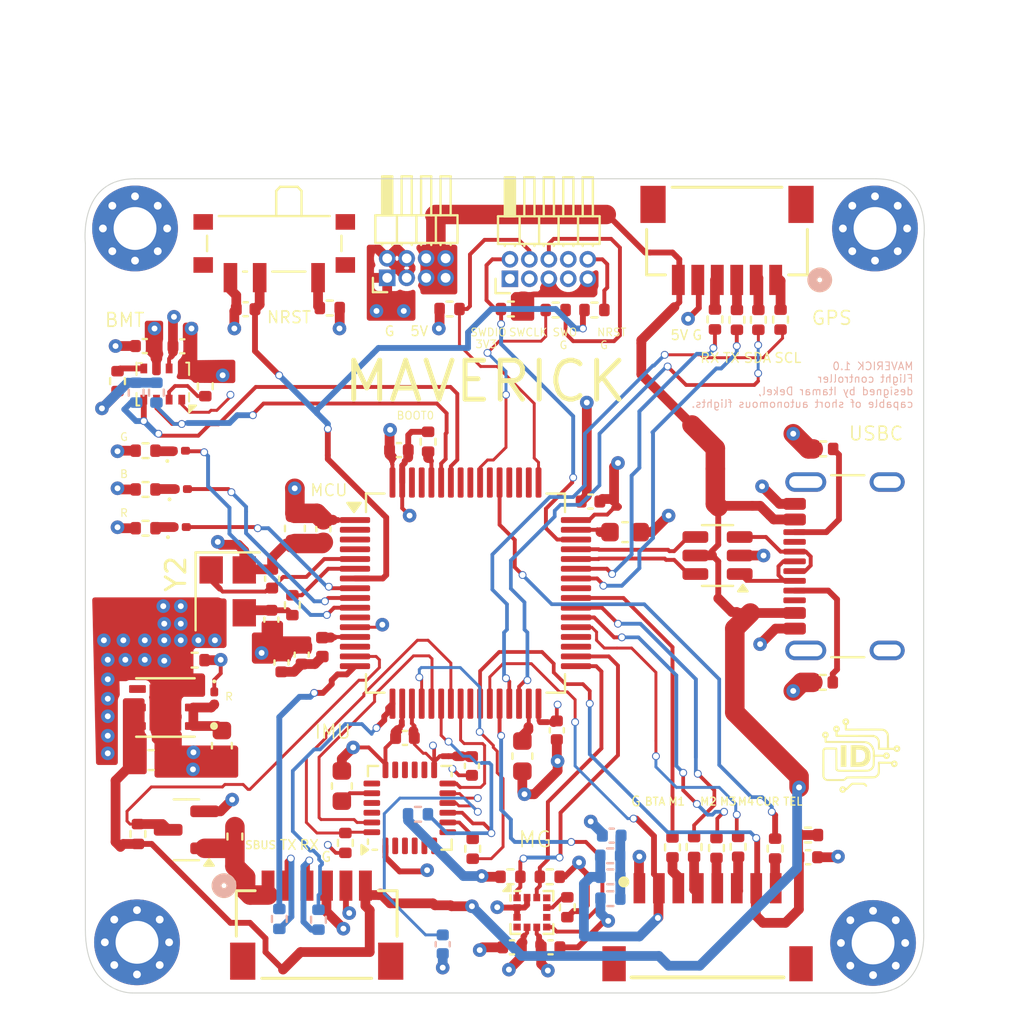
<source format=kicad_pcb>
(kicad_pcb (version 20241229) (generator "pcbnew") (generator_version "9.0")
  (layers (0 "F.Cu" signal) (4 "In1.Cu" signal) (6 "In2.Cu" signal) (2 "B.Cu" signal) (13 "F.Paste" user) (15 "B.Paste" user) (5 "F.SilkS" user "F.Silkscreen") (7 "B.SilkS" user "B.Silkscreen") (1 "F.Mask" user) (3 "B.Mask" user) (25 "Edge.Cuts" user))
  (net 0 "")
  (net 1 "+3.3V")
  (net 2 "GND")
  (net 3 "VCAP2")
  (net 4 "VCAP1")
  (net 5 "+3.3VA")
  (net 6 "Net-(C17-Pad2)")
  (net 7 "/HSE_IN")
  (net 8 "IMU_CPOUT")
  (net 9 "IMU_REGOUT")
  (net 10 "+5V")
  (net 11 "Net-(D2-A)")
  (net 12 "Net-(D3-K)")
  (net 13 "GPIOC")
  (net 14 "GPIOB")
  (net 15 "Net-(D4-K)")
  (net 16 "Net-(D5-K)")
  (net 17 "GPIOA")
  (net 18 "VDDA")
  (net 19 "USBC_CC1")
  (net 21 "USBC_CC2")
  (net 25 "Net-(J2-Pin_10)")
  (net 27 "Net-(J2-Pin_6)")
  (net 28 "Net-(J3-Pin_2)")
  (net 29 "Net-(J3-Pin_3)")
  (net 30 "/Connectors/sbus")
  (net 31 "Net-(J4-Pin_4)")
  (net 32 "Net-(J4-Pin_3)")
  (net 33 "Net-(J4-Pin_1)")
  (net 34 "Net-(J4-Pin_2)")
  (net 35 "ADC1_CURR")
  (net 36 "Net-(J8-Pin_3)")
  (net 37 "Net-(J8-Pin_4)")
  (net 38 "Net-(C30-Pad2)")
  (net 39 "Net-(J8-Pin_5)")
  (net 40 "UART4_RX")
  (net 41 "UART2_TX")
  (net 42 "Net-(SW2-A)")
  (net 43 "BOOT0")
  (net 44 "/Sensors/BMT_SDO")
  (net 45 "BMT_SCL")
  (net 46 "Net-(J1-D--PadA7)")
  (net 47 "USBC_D-")
  (net 48 "Net-(J1-D+-PadA6)")
  (net 49 "USBC_D+")
  (net 50 "IMU_MOSI")
  (net 51 "IMU_MISO")
  (net 52 "BMT_SDA")
  (net 53 "MG_SCL")
  (net 54 "MG_SDA")
  (net 55 "/Sensors/BMT_CSB")
  (net 56 "/Sensors/MG_SDO")
  (net 57 "SWDIO")
  (net 58 "SWCLK")
  (net 59 "/HSE_OUT")
  (net 60 "SWO")
  (net 61 "UART2_RX")
  (net 62 "GPS_SCL")
  (net 63 "GPS_SDA")
  (net 64 "UART1_TX")
  (net 65 "UART1_RX")
  (net 66 "ESC_TX")
  (net 67 "ESC_PWM1")
  (net 68 "ESC_PWM2")
  (net 69 "ESC_PWM3")
  (net 70 "ESC_PWM4")
  (net 71 "IMU_NSS")
  (net 72 "Net-(U9-~{CS})")
  (net 74 "UART4_TX")
  (net 78 "MG_INT")
  (net 79 "IMU_CLK")
  (net 82 "ADC_VBAT")
  (net 84 "Net-(J8-Pin_8)")
  (net 86 "IMU_INT")
  (net 100 "SW_NRST")
  (net 101 "Net-(J8-Pin_6)")
  (footprint "Capacitor_SMD:C_0402_1005Metric" (layer "F.Cu") (at 84.3575 122.0575 180)
    (property "Reference" "C25" (hide yes))
    (property "Value" "100n")
  )
  (footprint "Resistor_SMD:R_0402_1005Metric" (layer "F.Cu") (at 100.34 96.48 180)
    (property "Reference" "R4" (hide yes))
    (property "Value" "5k1")
  )
  (footprint "IDCONN:CONN_SM06B-SRSS-TB_JST" (layer "F.Cu") (at 74.33 121.4)
    (property "Reference" "J3" (hide yes))
    (property "Value" "Conn_01x06_Pin")
  )
  (footprint "Capacitor_SMD:C_0402_1005Metric" (layer "F.Cu") (at 72.52 107.44 90)
    (property "Reference" "C16" (hide yes))
    (property "Value" "1u")
  )
  (footprint "Resistor_SMD:R_0402_1005Metric" (layer "F.Cu") (at 64.1 93 90)
    (property "Reference" "R6" (hide yes))
    (property "Value" "10k")
  )
  (footprint "Capacitor_SMD:C_0402_1005Metric" (layer "F.Cu") (at 78.55 96.54)
    (property "Reference" "C1" (hide yes))
    (property "Value" "100n")
  )
  (footprint "Button_Switch_SMD:SW_SPDT_PCM12" (layer "F.Cu") (at 72.15 86.26 180)
    (property "Reference" "SW2" (hide yes))
    (property "Value" "SW_Push_SPDT")
  )
  (footprint "Resistor_SMD:R_0402_1005Metric" (layer "F.Cu") (at 65.54 96.57 180)
    (property "Reference" "R19" (hide yes))
    (property "Value" "1k")
  )
  (footprint "SM08B_SRSS_TB (2):JST_SM08B-SRSS-TB" (layer "F.Cu") (at 94.4 123.8)
    (property "Reference" "J8" (hide yes))
    (property "Value" "Conn_01x08_Pin")
  )
  (footprint "Resistor_SMD:R_0402_1005Metric" (layer "F.Cu") (at 65.54 98.56 180)
    (property "Reference" "R18" (hide yes))
    (property "Value" "1k")
  )
  (footprint "Resistor_SMD:R_0402_1005Metric" (layer "F.Cu") (at 82.34 117 -90)
    (property "Reference" "R43" (hide yes))
    (property "Value" "22R")
  )
  (footprint "Capacitor_SMD:C_0402_1005Metric" (layer "F.Cu") (at 88.39 99.18 180)
    (property "Reference" "C2" (hide yes))
    (property "Value" "100n")
  )
  (footprint "Resistor_SMD:R_0402_1005Metric" (layer "F.Cu") (at 94.86 116.96 -90)
    (property "Reference" "R39" (hide yes))
    (property "Value" "22R")
  )
  (footprint "Capacitor_SMD:C_0603_1608Metric" (layer "F.Cu") (at 65.825 112.45)
    (property "Reference" "C31" (hide yes))
    (property "Value" "10u")
  )
  (footprint "Resistor_SMD:R_0402_1005Metric" (layer "F.Cu") (at 92.6 116.93 -90)
    (property "Reference" "R37" (hide yes))
    (property "Value" "22R")
  )
  (footprint "Resistor_SMD:R_0402_1005Metric" (layer "F.Cu") (at 94.78 89.835 90)
    (property "Reference" "R35" (hide yes))
    (property "Value" "22R")
  )
  (footprint "Resistor_SMD:R_0402_1005Metric" (layer "F.Cu") (at 75.8 116.7 -90)
    (property "Reference" "R10" (hide yes))
    (property "Value" "2k2")
  )
  (footprint "Capacitor_SMD:C_0402_1005Metric" (layer "F.Cu") (at 67.4275 91.2125)
    (property "Reference" "C23" (hide yes))
    (property "Value" "100n")
  )
  (footprint "Capacitor_SMD:C_0603_1608Metric" (layer "F.Cu") (at 90.165 100.75)
    (property "Reference" "C11" (hide yes))
    (property "Value" "2u2")
  )
  (footprint "Capacitor_SMD:C_0402_1005Metric" (layer "F.Cu") (at 82.3 112.75 90)
    (property "Reference" "C24" (hide yes))
    (property "Value" "100n")
  )
  (footprint "Resistor_SMD:R_0402_1005Metric" (layer "F.Cu") (at 86.6 89.35)
    (property "Reference" "R28" (hide yes))
    (property "Value" "22R")
  )
  (footprint "Package_LGA:LGA-12_2x2mm_P0.5mm" (layer "F.Cu") (at 85.38 120.2675)
    (property "Reference" "U10" (hide yes))
    (property "Value" "LIS3MDL")
  )
  (footprint "Capacitor_SMD:C_0402_1005Metric" (layer "F.Cu") (at 78.86 111.31 180)
    (property "Reference" "C4" (hide yes))
    (property "Value" "100n")
  )
  (footprint "Connector_PinHeader_1.00mm:PinHeader_2x05_P1.00mm_Horizontal" (layer "F.Cu") (at 84.25 87.75 90)
    (property "Reference" "J2" (hide yes))
    (property "Value" "Conn_02x05_Odd_Even")
  )
  (footprint "logoid:logoidreal" (layer "F.Cu") (at 102.108 112.1664)
    (property "Reference" "G***" (hide yes))
    (property "Value" "LOGO" (hide yes))
  )
  (footprint "Resistor_SMD:R_0402_1005Metric" (layer "F.Cu") (at 73.08 104.5 -90)
    (property "Reference" "R26" (hide yes))
    (property "Value" "0R")
  )
  (footprint "Resistor_SMD:R_0402_1005Metric" (layer "F.Cu") (at 65.1479 116.2422 90)
    (property "Reference" "R24" (hide yes))
    (property "Value" "10k")
  )
  (footprint "Capacitor_SMD:C_0402_1005Metric" (layer "F.Cu") (at 86.66 110.92 -90)
    (property "Reference" "C3" (hide yes))
    (property "Value" "100n")
  )
  (footprint "LD39200PU33R:SON95P300X300X100-7N" (layer "F.Cu") (at 66.56 109.75 180)
    (property "Reference" "U4" (hide yes))
    (property "Value" "LD39200PU33R" (hide yes))
  )
  (footprint "Package_LGA:Bosch_LGA-8_2x2.5mm_P0.65mm_ClockwisePinNumbering" (layer "F.Cu") (at 66.425 93.15 180)
    (property "Reference" "U8" (hide yes))
    (property "Value" "BMP280")
  )
  (footprint "Capacitor_SMD:C_0402_1005Metric" (layer "F.Cu") (at 99.57 117.435 180)
    (property "Reference" "C29" (hide yes))
    (property "Value" "100n")
  )
  (footprint "Capacitor_SMD:C_0603_1608Metric" (layer "F.Cu") (at 73.21 100.56 -90)
    (property "Reference" "C10" (hide yes))
    (property "Value" "2u2")
  )
  (footprint "Package_TO_SOT_SMD:SOT-23-6" (layer "F.Cu") (at 94.9125 101.95 180)
    (property "Reference" "U2" (hide yes))
    (property "Value" "USBLC6-2SC6")
  )
  (footprint "LED_SMD:LED_0201_0603Metric" (layer "F.Cu") (at 67.37 98.54)
    (property "Reference" "D4" (hide yes))
    (property "Value" "BLUE")
  )
  (footprint "MountingHole:MountingHole_2.2mm_M2_Pad_Via" (layer "F.Cu") (at 103 85.166726)
    (property "Reference" "H2" (hide yes))
    (property "Value" "MountingHole_Pad")
  )
  (footprint "Capacitor_SMD:C_0402_1005Metric" (layer "F.Cu") (at 86.3375 122.0575 180)
    (property "Reference" "C26" (hide yes))
    (property "Value" "100n")
  )
  (footprint "LED_SMD:LED_0201_0603Metric" (layer "F.Cu") (at 69.07 109.27 -90)
    (property "Reference" "D2" (hide yes))
    (property "Value" "RED")
  )
  (footprint "Capacitor_SMD:C_0402_1005Metric" (layer "F.Cu") (at 72 105.24 90)
    (property "Reference" "C17" (hide yes))
    (property "Value" "10p")
  )
  (footprint "Resistor_SMD:R_0402_1005Metric" (layer "F.Cu") (at 100.32 108.46 180)
    (property "Reference" "R3" (hide yes))
    (property "Value" "5k1")
  )
  (footprint "MountingHole:MountingHole_2.2mm_M2_Pad_Via" (layer "F.Cu") (at 65.1 121.8)
    (property "Reference" "H4" (hide yes))
    (property "Value" "MountingHole_Pad")
  )
  (footprint "Resistor_SMD:R_0402_1005Metric" (layer "F.Cu") (at 99.56 116.295 180)
    (property "Reference" "R41" (hide yes))
    (property "Value" "22R")
  )
  (footprint "Package_TO_SOT_SMD:SOT-23" (layer "F.Cu") (at 67.6379 116.0272 180)
    (property "Reference" "Q2" (hide yes))
    (property "Value" "MMBT3904")
  )
  (footprint "Capacitor_SMD:C_0402_1005Metric" (layer "F.Cu") (at 73.56 107.04 90)
    (property "Reference" "C13" (hide yes))
    (property "Value" "100n")
  )
  (footprint "Sensor_Motion:InvenSense_QFN-24_4x4mm_P0.5mm" (layer "F.Cu") (at 79.11 114.9 90)
    (property "Reference" "U9" (hide yes))
    (property "Value" "MPU-6000")
  )
  (footprint "Resistor_SMD:R_0402_1005Metric" (layer "F.Cu") (at 84.3 89.3 180)
    (property "Reference" "R22" (hide yes))
    (property "Value" "10k")
  )
  (footprint "Capacitor_SMD:C_0603_1608Metric" (layer "F.Cu") (at 84.89 112.245 -90)
    (property "Reference" "C12" (hide yes))
    (property "Value" "2u2")
  )
  (footprint "Capacitor_SMD:C_0402_1005Metric" (layer "F.Cu") (at 70.68 89.31)
    (property "Reference" "C9" (hide yes))
    (property "Value" "100n")
  )
  (footprint "Connector_USB:USB_C_Receptacle_GCT_USB4105-xx-A_16P_TopMnt_Horizontal" (layer "F.Cu") (at 102.55 102.5 90)
    (property "Reference" "J1" (hide yes))
    (property "Value" "USB_C_Receptacle_USB2.0_16P" (hide yes))
  )
  (footprint "Connector_PinHeader_1.00mm:PinHeader_2x04_P1.00mm_Horizontal" (layer "F.Cu") (at 77.95 87.7 90)
    (property "Reference" "J6" (hide yes))
    (property "Value" "Conn_02x04_Counter_Clockwise")
  )
  (footprint "Resistor_SMD:R_0402_1005Metric" (layer "F.Cu") (at 97.87 116.99 -90)
    (property "Reference" "R36" (hide yes))
    (property "Value" "22R")
  )
  (footprint "Resistor_SMD:R_0402_1005Metric" (layer "F.Cu") (at 95.91 89.855 90)
    (property "Reference" "R34" (hide yes))
    (property "Value" "22R")
  )
  (footprint "Resistor_SMD:R_0402_1005Metric" (layer "F.Cu") (at 70.1279 116.3722 -90)
    (property "Reference" "R25" (hide yes))
    (property "Value" "4k7")
  )
  (footprint "Resistor_SMD:R_0402_1005Metric" (layer "F.Cu") (at 81.15 89.3 180)
    (property "Reference" "R23" (hide yes))
    (property "Value" "10k")
  )
  (footprint "Capacitor_SMD:C_0402_1005Metric" (layer "F.Cu") (at 65.5 91.2 180)
    (property "Reference" "C22" (hide yes))
    (property "Value" "100n")
  )
  (footprint "MountingHole:MountingHole_2.2mm_M2_Pad_Via" (layer "F.Cu") (at 102.9 121.833274)
    (property "Reference" "H1" (hide yes))
    (property "Value" "MountingHole_Pad")
  )
  (footprint "Resistor_SMD:R_0402_1005Metric" (layer "F.Cu") (at 84.2775 118.4375 180)
    (property "Reference" "R14" (hide yes))
    (property "Value" "2k2")
  )
  (footprint "LED_SMD:LED_0201_0603Metric" (layer "F.Cu") (at 67.27 96.5725)
    (property "Reference" "D5" (hide yes))
    (property "Value" "GREEN")
  )
  (footprint "Resistor_SMD:R_0402_1005Metric" (layer "F.Cu") (at 68.06 107.32 180)
    (property "Reference" "R16" (hide yes))
    (property "Value" "1k")
  )
  (footprint "Resistor_SMD:R_0402_1005Metric" (layer "F.Cu") (at 86.2975 118.4375 180)
    (property "Reference" "R13" (hide yes))
    (property "Value" "2k2")
  )
  (footprint "Resistor_SMD:R_0402_1005Metric" (layer "F.Cu") (at 65.54 100.55 180)
    (property "Reference" "R17" (hide yes))
    (property "Value" "1k")
  )
  (footprint "Package_QFP:LQFP-64_10x10mm_P0.5mm" (layer "F.Cu") (at 81.97 103.88)
    (property "Reference" "U1" (hide yes))
    (property "Value" "STM32F405RGT6")
  )
  (footprint "Resistor_SMD:R_0402_1005Metric" (layer "F.Cu") (at 88.59 89.35)
    (property "Reference" "R29" (hide yes))
    (property "Value" "22R")
  )
  (footprint "MountingHole:MountingHole_2.2mm_M2_Pad_Via" (layer "F.Cu") (at 65 85.166726)
    (property "Reference" "H3" (hide yes))
    (property "Value" "MountingHole_Pad")
  )
  (footprint "Capacitor_SMD:C_0603_1608Metric" (layer "F.Cu") (at 75.62 113.78 -90)
    (property "Reference" "C27" (hide yes))
    (property "Value" "2n2")
  )
  (footprint "Capacitor_SMD:C_0402_1005Metric" (layer "F.Cu") (at 72.04 103.14 -90)
    (property "Reference" "C18" (hide yes))
    (property "Value" "10p")
  )
  (footprint "Capacitor_SMD:C_0603_1608Metric" (layer "F.Cu") (at 69.46 111.71 -90)
    (property "Reference" "C32" (hide yes))
    (property "Value" "10u")
  )
  (footprint "Inductor_SMD:L_0402_1005Metric" (layer "F.Cu") (at 74.62 106.65 -90)
    (property "Reference" "FB1" (hide yes))
    (property "Value" "120R")
  )
  (footprint "LED_SMD:LED_0201_0603Metric" (layer "F.Cu") (at 67.31 100.49)
    (property "Reference" "D3" (hide yes))
    (property "Value" "RED")
  )
  (footprint "Resistor_SMD:R_0402_1005Metric" (layer "F.Cu") (at 97.01 89.855 90)
    (property "Reference" "R33" (hide yes))
    (property "Value" "22R")
  )
  (footprint "Resistor_SMD:R_0402_1005Metric" (layer "F.Cu") (at 87.2 120 90)
    (property "Reference" "R20" (hide yes))
    (property "Value" "10k")
  )
  (footprint "Resistor_SMD:R_0402_1005Metric" (layer "F.Cu") (at 68.6075 93.2625 90)
    (property "Reference" "R15" (hide yes))
    (property "Value" "10k")
  )
  (footprint "Resistor_SMD:R_0402_1005Metric" (layer "F.Cu") (at 80.05 96.11 90)
    (property "Reference" "R5" (hide yes))
    (property "Value" "10k")
  )
  (footprint "Crystal:Crystal_SMD_3225-4Pin_3.2x2.5mm" (layer "F.Cu") (at 69.76 103.79 -90)
    (property "Reference" "Y2")
    (property "Value" "Crystal_GND24")
  )
  (footprint "Resistor_SMD:R_0402_1005Metric" (layer "F.Cu") (at 98.15 89.845 90)
    (property "Reference" "R32" (hide yes))
    (property "Value" "22R")
  )
  (footprint "Resistor_SMD:R_0402_1005Metric" (layer "F.Cu") (at 93.71 116.91 -90)
    (property "Reference" "R38" (hide yes))
    (property "Value" "22R")
  )
  (footprint "IDCONN:CONN_SM06B-SRSS-TB_JST" (layer "F.Cu") (at 95.4 85.3 180)
    (property "Reference" "J4" (hide yes))
    (property "Value" "Conn_01x06_Pin")
  )
  (footprint "Resistor_SMD:R_0402_1005Metric" (layer "F.Cu") (at 75 89.25)
    (property "Reference" "R2" (hide yes))
    (property "Value" "10k")
  )
  (footprint "Resistor_SMD:R_0402_1005Metric" (layer "F.Cu") (at 95.97 116.9 -90)
    (property "Reference" "R40" (hide yes))
    (property "Value" "22R")
  )
  (footprint "Capacitor_SMD:C_0402_1005Metric" (layer "F.Cu") (at 74.67 100.6 -90)
    (property "Reference" "C5" (hide yes))
    (property "Value" "100n")
  )
  (footprint "Resistor_SMD:R_0402_1005Metric" (layer "B.Cu") (at 89.4 117.36)
    (property "Reference" "R42" (hide yes))
    (property "Value" "68k")
  )
  (footprint "Resistor_SMD:R_0402_1005Metric" (layer "B.Cu") (at 65.0575 93.5925 -90)
    (property "Reference" "R7" (hide yes))
    (property "Value" "2k2")
  )
  (footprint "Resistor_SMD:R_0402_1005Metric" (layer "B.Cu") (at 74.42 120.64 -90)
    (property "Reference" "R31" (hide yes))
    (property "Value" "22R")
  )
  (footprint "Resistor_SMD:R_0402_1005Metric" (layer "B.Cu") (at 66.0975 93.5925 90)
    (property "Reference" "R12" (hide yes))
    (property "Value" "2k2")
  )
  (footprint "Capacitor_SMD:C_0402_1005Metric" (layer "B.Cu") (at 80.8 121.9 90)
    (property "Reference" "C28" (hide yes))
    (property "Value" "0.1p")
  )
  (footprint "Resistor_SMD:R_0402_1005Metric" (layer "B.Cu") (at 89.41 119.56 180)
    (property "Reference" "R45" (hide yes))
    (property "Value" "10k")
  )
  (footprint "Resistor_SMD:R_0402_1005Metric" (layer "B.Cu") (at 72.41 120.6 90)
    (property "Reference" "R1" (hide yes))
    (property "Value" "22R")
  )
  (footprint "Capacitor_SMD:C_0402_1005Metric" (layer "B.Cu") (at 89.48 116.325)
    (property "Reference" "C30" (hide yes))
    (property "Value" "100n")
  )
  (footprint "Resistor_SMD:R_0402_1005Metric" (layer "B.Cu") (at 89.41 118.44 180)
    (property "Reference" "R44" (hide yes))
    (property "Value" "47R")
  )
  (footprint "Resistor_SMD:R_0402_1005Metric" (layer "B.Cu") (at 79.53 115.23)
    (property "Reference" "R11" (hide yes))
    (property "Value" "2k2")
  )
  (gr_line (start 62.45 121.15) (end 62.45 85.95) (stroke (width 0.05)) (layer "Edge.Cuts"))
  (gr_curve (pts (xy 102.85 124.4) (xy 105.75 124.4) (xy 105.5 121.25) (xy 105.5 121.25)) (stroke (width 0.05)) (layer "Edge.Cuts"))
  (gr_curve (pts (xy 103.05 82.616726) (xy 106 82.616726) (xy 105.5 85.75) (xy 105.5 85.75)) (stroke (width 0.05)) (layer "Edge.Cuts"))
  (gr_line (start 102.85 124.4) (end 64.85 124.4) (stroke (width 0.05)) (layer "Edge.Cuts"))
  (gr_curve (pts (xy 62.45 121.15) (xy 62.45 124.45) (xy 64.85 124.4) (xy 64.85 124.4)) (stroke (width 0.05)) (layer "Edge.Cuts"))
  (gr_line (start 105.5 85.75) (end 105.5 121.25) (stroke (width 0.05)) (layer "Edge.Cuts"))
  (gr_curve (pts (xy 65 82.616726) (xy 62.05 82.616726) (xy 62.45 85.95) (xy 62.45 85.95)) (stroke (width 0.05)) (layer "Edge.Cuts"))
  (gr_line (start 65 82.616726) (end 103.05 82.616726) (stroke (width 0.05)) (layer "Edge.Cuts"))
  (gr_text "BMT" (at 63.3984 90.2716 0) (layer "F.SilkS") (effects (font (size 0.7 0.7) (thickness 0.08)) (justify left bottom)))
  (gr_text "USBC" (at 101.6 96.1 0) (layer "F.SilkS") (effects (font (size 0.7 0.7) (thickness 0.08)) (justify left bottom)))
  (gr_text "R" (at 64.2 100 0) (layer "F.SilkS") (effects (font (size 0.4 0.4) (thickness 0.05)) (justify left bottom)))
  (gr_text "5V\n" (at 92.456 90.932 0) (layer "F.SilkS") (effects (font (size 0.5 0.5) (thickness 0.07)) (justify left bottom)))
  (gr_text "G" (at 88.8492 91.3892 0) (layer "F.SilkS") (effects (font (size 0.4 0.4) (thickness 0.05)) (justify left bottom)))
  (gr_text "NRST" (at 88.6968 90.7288 0) (layer "F.SilkS") (effects (font (size 0.4 0.4) (thickness 0.05)) (justify left bottom)))
  (gr_text "3V3" (at 82.4484 91.3384 0) (layer "F.SilkS") (effects (font (size 0.4 0.4) (thickness 0.05)) (justify left bottom)))
  (gr_text "5V\n" (at 79.0956 90.7288 0) (layer "F.SilkS") (effects (font (size 0.5 0.5) (thickness 0.07)) (justify left bottom)))
  (gr_text "M4" (at 95.9104 114.808 0) (layer "F.SilkS") (effects (font (size 0.4 0.4) (thickness 0.07)) (justify left bottom)))
  (gr_text "RX" (at 93.98 92.1004 0) (layer "F.SilkS") (effects (font (size 0.5 0.5) (thickness 0.07)) (justify left bottom)))
  (gr_text "RX" (at 73.406 117.094 0) (layer "F.SilkS") (effects (font (size 0.5 0.5) (thickness 0.07)) (justify left bottom)))
  (gr_text "MCU\n" (at 73.95 98.95 0) (layer "F.SilkS") (effects (font (size 0.6 0.6) (thickness 0.07)) (justify left bottom)))
  (gr_text "B\n" (at 64.2 98 0) (layer "F.SilkS") (effects (font (size 0.4 0.4) (thickness 0.05) (bold yes)) (justify left bottom)))
  (gr_text "G" (at 77.7748 90.7288 0) (layer "F.SilkS") (effects (font (size 0.5 0.5) (thickness 0.07)) (justify left bottom)))
  (gr_text "IMU" (at 74.168 111.4044 0) (layer "F.SilkS") (effects (font (size 0.7 0.7) (thickness 0.08)) (justify left bottom)))
  (gr_text "G" (at 93.5736 90.932 0) (layer "F.SilkS") (effects (font (size 0.5 0.5) (thickness 0.07)) (justify left bottom)))
  (gr_text "SBUS\n" (at 70.612 117.0432 0) (layer "F.SilkS") (effects (font (size 0.4 0.4) (thickness 0.07)) (justify left bottom)))
  (gr_text "CUR" (at 96.8248 114.808 0) (layer "F.SilkS") (effects (font (size 0.4 0.4) (thickness 0.07)) (justify left bottom)))
  (gr_text "M3" (at 94.996 114.808 0) (layer "F.SilkS") (effects (font (size 0.4 0.4) (thickness 0.07)) (justify left bottom)))
  (gr_text "TX" (at 95.1484 92.1004 0) (layer "F.SilkS") (effects (font (size 0.5 0.5) (thickness 0.07)) (justify left bottom)))
  (gr_text "G" (at 90.424 114.8588 0) (layer "F.SilkS") (effects (font (size 0.5 0.5) (thickness 0.07)) (justify left bottom)))
  (gr_text "SWO\n" (at 86.4108 90.7288 0) (layer "F.SilkS") (effects (font (size 0.4 0.4) (thickness 0.05)) (justify left bottom)))
  (gr_text "SWDIO" (at 82.1944 90.7288 0) (layer "F.SilkS") (effects (font (size 0.4 0.4) (thickness 0.05)) (justify left bottom)))
  (gr_text "TEL" (at 98.2472 114.808 0) (layer "F.SilkS") (effects (font (size 0.4 0.4) (thickness 0.07)) (justify left bottom)))
  (gr_text "SWCLK\n" (at 84.1756 90.7288 0) (layer "F.SilkS") (effects (font (size 0.4 0.4) (thickness 0.05)) (justify left bottom)))
  (gr_text "R" (at 69.596 109.4232 0) (layer "F.SilkS") (effects (font (size 0.4 0.4) (thickness 0.05)) (justify left bottom)))
  (gr_text "BOOT0\n" (at 78.4 95 0) (layer "F.SilkS") (effects (font (size 0.4 0.4) (thickness 0.05)) (justify left bottom)))
  (gr_text "G" (at 74.5236 117.7036 0) (layer "F.SilkS") (effects (font (size 0.5 0.5) (thickness 0.07)) (justify left bottom)))
  (gr_text "MG" (at 84.6328 116.9924 0) (layer "F.SilkS") (effects (font (size 0.8 0.8) (thickness 0.08)) (justify left bottom)))
  (gr_text "G\n" (at 86.7664 91.3892 0) (layer "F.SilkS") (effects (font (size 0.4 0.4) (thickness 0.05)) (justify left bottom)))
  (gr_text "G" (at 64.2 96.1 0) (layer "F.SilkS") (effects (font (size 0.4 0.4) (thickness 0.05) (bold yes)) (justify left bottom)))
  (gr_text "M1" (at 92.3544 114.808 0) (layer "F.SilkS") (effects (font (size 0.4 0.4) (thickness 0.07)) (justify left bottom)))
  (gr_text "BTA" (at 91.1352 114.808 0) (layer "F.SilkS") (effects (font (size 0.4 0.4) (thickness 0.07)) (justify left bottom)))
  (gr_text "MAVERICK" (at 75.5904 94.1832 0) (layer "F.SilkS") (effects (font (size 2 2)) (justify left bottom)))
  (gr_text "SDA\n" (at 96.2152 92.1004 0) (layer "F.SilkS") (effects (font (size 0.5 0.5) (thickness 0.07)) (justify left bottom)))
  (gr_text "GPS\n" (at 99.695 90.17 0) (layer "F.SilkS") (effects (font (size 0.7 0.7) (thickness 0.08)) (justify left bottom)))
  (gr_text "M2" (at 93.98 114.808 0) (layer "F.SilkS") (effects (font (size 0.4 0.4) (thickness 0.07)) (justify left bottom)))
  (gr_text "NRST\n" (at 71.725 90.075 0) (layer "F.SilkS") (effects (font (size 0.6 0.6) (thickness 0.08)) (justify left bottom)))
  (gr_text "TX" (at 72.39 117.094 0) (layer "F.SilkS") (effects (font (size 0.5 0.5) (thickness 0.07)) (justify left bottom)))
  (gr_text "SCL" (at 97.79 92.1004 0) (layer "F.SilkS") (effects (font (size 0.5 0.5) (thickness 0.07)) (justify left bottom)))
  (gr_text "MAVERICK 1.0\nFlight controller \ndesigned by Itamar Dekel,\ncapable of short autonomous flights." (at 105 94.4 0) (layer "B.SilkS") (effects (font (size 0.4 0.4) (thickness 0.05)) (justify left bottom mirror)))
  (segment (start 88.2 119.9) (end 88.2 118.3) (width 0.3) (layer "F.Cu") (net 1))
  (segment (start 75.42 100.13) (end 75.17 100.13) (width 0.3) (layer "F.Cu") (net 1))
  (segment (start 86.56 110.44) (end 86.5 110.5) (width 0.5) (layer "F.Cu") (net 1))
  (segment (start 78.07 96.54) (end 78.07 95.53) (width 0.5) (layer "F.Cu") (net 1))
  (segment (start 79.35 111.15) (end 79.3 111.1) (width 0.3) (layer "F.Cu") (net 1))
  (segment (start 74.67 100.12) (end 75.16 100.12) (width 0.5) (layer "F.Cu") (net 1))
  (segment (start 80.36 111.76) (end 80.3 111.7) (width 0.19) (layer "F.Cu") (net 1))
  (segment (start 79.34 111.16) (end 79.3 111.12) (width 0.5) (layer "F.Cu") (net 1))
  (segment (start 73.21 99.785) (end 74.335 99.785) (width 1) (layer "F.Cu") (net 1))
  (segment (start 86.66 110.44) (end 86.66 109.64) (width 0.19) (layer "F.Cu") (net 1))
  (segment (start 82.8375 118.4375) (end 82.8 118.4) (width 0.5) (layer "F.Cu") (net 1))
  (segment (start 67.9075 90.3075) (end 67.9 90.3) (width 0.5) (layer "F.Cu") (net 1))
  (segment (start 74.335 99.785) (end 74.67 100.12) (width 1) (layer "F.Cu") (net 1))
  (segment (start 78.2 97.25) (end 78.2 97.1) (width 0.2) (layer "F.Cu") (net 1))
  (segment (start 75.16 100.12) (end 75.17 100.13) (width 0.5) (layer "F.Cu") (net 1))
  (segment (start 75.83 120.13) (end 75.9 120.2) (width 0.3) (layer "F.Cu") (net 1))
  (segment (start 86.66 109.64) (end 86.7 109.6) (width 0.19) (layer "F.Cu") (net 1))
  (segment (start 84.8375 122.5625) (end 84.2 123.2) (width 0.5) (layer "F.Cu") (net 1))
  (segment (start 87.9 120.2) (end 88.2 119.9) (width 0.3) (layer "F.Cu") (net 1))
  (segment (start 75.31 117.21) (end 74.9 116.8) (width 0.19) (layer "F.Cu") (net 1))
  (segment (start 89.8 99.5) (end 89.85 99.45) (width 0.3) (layer "F.Cu") (net 1))
  (segment (start 83.7675 118.4375) (end 82.8375 118.4375) (width 0.5) (layer "F.Cu") (net 1))
  (segment (start 79.34 111.31) (end 79.34 111.64) (width 0.15) (layer "F.Cu") (net 1))
  (segment (start 89.6 99.2) (end 89.85 99.45) (width 0.3) (layer "F.Cu") (net 1))
  (segment (start 89.6 99.5) (end 89.8 99.5) (width 0.3) (layer "F.Cu") (net 1))
  (segment (start 75.51 90.29) (end 75.5 90.3) (width 0.5) (layer "F.Cu") (net 1))
  (segment (start 81.5 112.25) (end 81.8 112.25) (width 0.5) (layer "F.Cu") (net 1))
  (segment (start 85.75 121.5) (end 85.75 121.65) (width 0.3) (layer "F.Cu") (net 1))
  (segment (start 79.35 110.7) (end 79.22 110.57) (width 0.2) (layer "F.Cu") (net 1))
  (segment (start 79.34 111.31) (end 79.34 111.16) (width 0.5) (layer "F.Cu") (net 1))
  (segment (start 69.07 108.33) (end 69.4 108) (width 0.2) (layer "F.Cu") (net 1))
  (segment (start 87.51 120.2) (end 87.9 120.2) (width 0.3) (layer "F.Cu") (net 1))
  (segment (start 79.3 111.12) (end 79.3 110.95) (width 0.5) (layer "F.Cu") (net 1))
  (segment (start 79.3 111.1) (end 79.3 110.95) (width 0.3) (layer "F.Cu") (net 1))
  (segment (start 87.2 120.51) (end 87.51 120.2) (width 0.3) (layer "F.Cu") (net 1))
  (segment (start 86.8075 118.4375) (end 87.0625 118.4375) (width 0.3) (layer "F.Cu") (net 1))
  (segment (start 79.22 110.57) (end 79.22 109.555) (width 0.2) (layer "F.Cu") (net 1))
  (segment (start 85.13 121.03) (end 85.13 121.32) (width 0.2) (layer "F.Cu") (net 1))
  (segment (start 79.934999 112.1) (end 80.36 112.525001) (width 0.15) (layer "F.Cu") (net 1))
  (segment (start 89 99.05) (end 89.5 99.05) (width 0.5) (layer "F.Cu") (net 1))
  (segment (start 88.32 100.13) (end 88.55 99.9) (width 0.2) (layer "F.Cu") (net 1))
  (segment (start 85.13 121.32) (end 85 121.45) (width 0.2) (layer "F.Cu") (net 1))
  (segment (start 73.21 99.785) (end 73.21 98.51) (width 1) (layer "F.Cu") (net 1))
  (segment (start 64.1 93.6) (end 63.3 94.4) (width 0.5) (layer "F.Cu") (net 1))
  (segment (start 69.4475 92.7525) (end 69.5 92.7) (width 0.5) (layer "F.Cu") (net 1))
  (segment (start 88.2 118.3) (end 87.8 117.9) (width 0.3) (layer "F.Cu") (net 1))
  (segment (start 78.22 98.205) (end 78.22 97.27) (width 0.2) (layer "F.Cu") (net 1))
  (segment (start 76.295 100.13) (end 75.42 100.13) (width 0.2) (layer "F.Cu") (net 1))
  (segment (start 80.36 112.95) (end 80.36 111.76) (width 0.19) (layer "F.Cu") (net 1))
  (segment (start 89.6 99.15) (end 89.6 99.2) (width 0.3) (layer "F.Cu") (net 1))
  (segment (start 87.8 117.9) (end 87.8 117.7) (width 0.3) (layer "F.Cu") (net 1))
  (segment (start 81.1 112.25) (end 81.5 112.25) (width 0.3) (layer "F.Cu") (net 1))
  (segment (start 75.8 117.21) (end 75.31 117.21) (width 0.19) (layer "F.Cu") (net 1))
  (segment (start 89.6 97.4) (end 89.8 97.2) (width 0.5) (layer "F.Cu") (net 1))
  (segment (start 86.66 110.44) (end 86.56 110.44) (width 0.5) (layer "F.Cu") (net 1))
  (segment (start 64.1 93.51) (end 64.1 93.6) (width 0.5) (layer "F.Cu") (net 1))
  (segment (start 89.5 99.05) (end 89.6 99.15) (width 0.5) (layer "F.Cu") (net 1))
  (segment (start 88.55 99.9) (end 88.6 99.85) (width 0.2) (layer "F.Cu") (net 1))
  (segment (start 79.34 111.64) (end 79.8 112.1) (width 0.15) (layer "F.Cu") (net 1))
  (segment (start 80.36 112.525001) (end 80.36 112.95) (width 0.15) (layer "F.Cu") (net 1))
  (segment (start 73.21 98.51) (end 73.2 98.5) (width 1) (layer "F.Cu") (net 1))
  (segment (start 85.8 122) (end 85.8 121.85) (width 0.5) (layer "F.Cu") (net 1))
  (segment (start 78.07 95.53) (end 78.1 95.5) (width 0.5) (layer "F.Cu") (net 1))
  (segment (start 80.5 112.4) (end 80.65 112.25) (width 0.2) (layer "F.Cu") (net 1))
  (segment (start 85.8 110.5) (end 86.2 110.5) (width 0.3) (layer "F.Cu") (net 1))
  (segment (start 87.645 100.13) (end 88.32 100.13) (width 0.2) (layer "F.Cu") (net 1))
  (segment (start 75.8 119.345) (end 75.83 119.375) (width 0.5) (layer "F.Cu") (net 1))
  (segment (start 82.12 112.27) (end 82.1 112.25) (width 0.5) (layer "F.Cu") (net 1))
  (segment (start 78.07 96.77) (end 78.2 96.9) (width 0.5) (layer "F.Cu") (net 1))
  (segment (start 85 121.45) (end 84.95 121.5) (width 0.3) (layer "F.Cu") (net 1))
  (segment (start 65.98 90.32) (end 66 90.3) (width 0.5) (layer "F.Cu") (net 1))
  (segment (start 69.38 107.32) (end 69.4 107.3) (width 0.5) (layer "F.Cu") (net 1))
  (segment (start 84.8375 122.0575) (end 84.8375 122.5625) (width 0.5) (layer "F.Cu") (net 1))
  (segment (start 85.8575 122.9075) (end 86.2 123.25) (width 0.5) (layer "F.Cu") (net 1))
  (segment (start 69.4 108) (end 69.4 107.3) (width 0.2) (layer "F.Cu") (net 1))
  (segment (start 88.87 99.18) (end 89 99.05) (width 0.5) (layer "F.Cu") (net 1))
  (segment (start 79.8 112.1) (end 79.934999 112.1) (width 0.15) (layer "F.Cu") (net 1))
  (segment (start 84.95 121.5) (end 84.95 121.6) (width 0.3) (layer "F.Cu") (net 1))
  (segment (start 89.6 99.15) (end 89.6 97.4) (width 0.5) (layer "F.Cu") (net 1))
  (segment (start 80.8 112.25) (end 81.1 112.25) (width 0.3) (layer "F.Cu") (net 1))
  (segment (start 85.72 110.42) (end 85.8 110.5) (width 0.2) (layer "F.Cu") (net 1))
  (segment (start 80.64 89.3) (end 80.64 90.26) (width 0.5) (layer "F.Cu") (net 1))
  (segment (start 85.63 121.38) (end 85.75 121.5) (width 0.2) (layer "F.Cu") (net 1))
  (segment (start 75.51 89.25) (end 75.51 90.29) (width 0.5) (layer "F.Cu") (net 1))
  (segment (start 75.83 118.893299) (end 75.83 120.13) (width 0.3) (layer "F.Cu") (net 1))
  (segment (start 80.36 112.54) (end 80.5 112.4) (width 0.19) (layer "F.Cu") (net 1))
  (segment (start 88.6 99.85) (end 89.25 99.85) (width 0.2) (layer "F.Cu") (net 1))
  (segment (start 85.72 109.555) (end 85.72 110.42) (width 0.2) (layer "F.Cu") (net 1))
  (segment (start 80.36 112.95) (end 80.36 112.54) (width 0.19) (layer "F.Cu") (net 1))
  (segment (start 78.22 97.27) (end 78.2 97.25) (width 0.2) (layer "F.Cu") (net 1))
  (segment (start 80.64 90.26) (end 80.6 90.3) (width 0.5) (layer "F.Cu") (net 1))
  (segment (start 80.65 112.25) (end 80.8 112.25) (width 0.2) (layer "F.Cu") (net 1))
  (segment (start 78.2 97.1) (end 78.2 96.9) (width 0.3) (layer "F.Cu") (net 1))
  (segment (start 85.63 121.03) (end 85.63 121.38) (width 0.2) (layer "F.Cu") (net 1))
  (segment (start 79.35 111.15) (end 79.35 110.7) (width 0.2) (layer "F.Cu") (net 1))
  (segment (start 87.0625 118.4375) (end 87.8 117.7) (width 0.3) (layer "F.Cu") (net 1))
  (segment (start 69.07 108.95) (end 69.07 108.33) (width 0.2) (layer "F.Cu") (net 1))
  (segment (start 78.07 96.54) (end 78.07 96.77) (width 0.5) (layer "F.Cu") (net 1))
  (segment (start 68.57 107.32) (end 69.38 107.32) (width 0.5) (layer "F.Cu") (net 1))
  (segment (start 89.25 99.85) (end 89.6 99.5) (width 0.2) (layer "F.Cu") (net 1))
  (segment (start 84.8375 121.8625) (end 84.9 121.8) (width 0.5) (layer "F.Cu") (net 1))
  (segment (start 85.8575 122.0575) (end 85.8575 122.9075) (width 0.5) (layer "F.Cu") (net 1))
  (via (at 73.2 98.5) (size 0.7) (drill 0.3) (layers "F.Cu" "B.Cu") (net 1))
  (via (at 78.1 95.5) (size 0.7) (drill 0.3) (layers "F.Cu" "B.Cu") (net 1))
  (via (at 86.2 123.25) (size 0.7) (drill 0.3) (layers "F.Cu" "B.Cu") (net 1))
  (via (at 74.9 116.8) (size 0.4) (drill 0.3) (layers "F.Cu" "B.Cu") (net 1))
  (via (at 63.3 94.4) (size 0.7) (drill 0.3) (layers "F.Cu" "B.Cu") (net 1))
  (via (at 75.5 90.3) (size 0.7) (drill 0.3) (layers "F.Cu" "B.Cu") (net 1))
  (via (at 87.8 117.7) (size 0.7) (drill 0.3) (layers "F.Cu" "B.Cu") (net 1))
  (via (at 80.3 111.7) (size 0.4) (drill 0.3) (layers "F.Cu" "B.Cu") (net 1))
  (via (at 89.8 97.2) (size 0.7) (drill 0.3) (layers "F.Cu" "B.Cu") (net 1))
  (via (at 66 90.3) (size 0.7) (drill 0.3) (layers "F.Cu" "B.Cu") (net 1))
  (via (at 86.7 109.6) (size 0.4) (drill 0.3) (layers "F.Cu" "B.Cu") (net 1))
  (via (at 69.5 92.7) (size 0.7) (drill 0.3) (layers "F.Cu" "B.Cu") (net 1))
  (via (at 67.9 90.3) (size 0.7) (drill 0.3) (layers "F.Cu" "B.Cu") (net 1))
  (via (at 69.4 107.3) (size 0.7) (drill 0.3) (layers "F.Cu" "B.Cu") (net 1))
  (via (at 82.8 118.4) (size 0.7) (drill 0.3) (layers "F.Cu" "B.Cu") (net 1))
  (via (at 84.2 123.2) (size 0.7) (drill 0.3) (layers "F.Cu" "B.Cu") (net 1))
  (via (at 80.6 90.3) (size 0.7) (drill 0.3) (layers "F.Cu" "B.Cu") (net 1))
  (via (at 76 120.3) (size 0.7) (drill 0.3) (layers "F.Cu" "B.Cu") (net 1))
  (segment (start 64.6175 93.0825) (end 63.3 94.4) (width 0.5) (layer "B.Cu") (net 1))
  (segment (start 65.0575 93.0825) (end 66.0975 93.0825) (width 0.5) (layer "B.Cu") (net 1))
  (segment (start 81.870001 118.4) (end 82.8 118.4) (width 0.5) (layer "B.Cu") (net 1))
  (segment (start 79.02 115.549999) (end 81.870001 118.4) (width 0.5) (layer "B.Cu") (net 1))
  (segment (start 79.02 115.23) (end 79.02 115.549999) (width 0.5) (layer "B.Cu") (net 1))
  (segment (start 65.0575 93.0825) (end 64.6175 93.0825) (width 0.5) (layer "B.Cu") (net 1))
  (segment (start 90.94 100.75) (end 91.55 100.75) (width 0.5) (layer "F.Cu") (net 2))
  (segment (start 84.6175 120.5175) (end 84.6175 120.0175) (width 0.3) (layer "F.Cu") (net 2))
  (segment (start 81.671 114.171) (end 81.9 114.4) (width 0.15) (layer "F.Cu") (net 2))
  (segment (start 77.86 117.4332) (end 78.5876 118.1608) (width 0.3) (layer "F.Cu") (net 2))
  (segment (start 69.9 88.3) (end 70.2 88.6) (width 0.5) (layer "F.Cu") (net 2))
  (segment (start 79.03 95.77) (end 79.2 95.6) (width 0.3) (layer "F.Cu") (net 2))
  (segment (start 70.64 102.66) (end 70.61 102.69) (width 0.5) (layer "F.Cu") (net 2))
  (segment (start 78.85 97.2) (end 78.72 97.33) (width 0.3) (layer "F.Cu") (net 2))
  (segment (start 67.4 94.2) (end 67.8 94.6) (width 0.15) (layer "F.Cu") (net 2))
  (segment (start 78.72 99.52) (end 79.1 99.9) (width 0.2) (layer "F.Cu") (net 2))
  (segment (start 79.03 96.92) (end 79.03 96.54) (width 0.5) (layer "F.Cu") (net 2))
  (segment (start 79.9392 118.1608) (end 80 118.1) (width 0.3) (layer "F.Cu") (net 2))
  (segment (start 101.065 117.435) (end 101.1 117.4) (width 0.5) (layer "F.Cu") (net 2))
  (segment (start 83.6175 120.0175) (end 83.6 120) (width 0.3) (layer "F.Cu") (net 2))
  (segment (start 79.03 96.54) (end 79.03 95.77) (width 0.3) (layer "F.Cu") (net 2))
  (segment (start 89.1 120.7) (end 89.3 120.7) (width 0.3) (layer "F.Cu") (net 2))
  (segment (start 90.88 117.42) (end 90.9 117.4) (width 0.5) (layer "F.Cu") (net 2))
  (segment (start 69.3879 115.0772) (end 69.9879 114.4772) (width 0.5) (layer "F.Cu") (net 2))
  (segment (start 96.05 101.95) (end 97.275 101.95) (width 0.5) (layer "F.Cu") (net 2))
  (segment (start 70.1 89.41) (end 70.2 89.31) (width 0.5) (layer "F.Cu") (net 2))
  (segment (start 91.55 100.75) (end 92.4 99.9) (width 0.5) (layer "F.Cu") (net 2))
  (segment (start 65.03 100.55) (end 64.15 100.55) (width 0.5) (layer "F.Cu") (net 2))
  (segment (start 78.38 111.02) (end 78.5 110.9) (width 0.5) (layer "F.Cu") (net 2))
  (segment (start 78.38 111.31) (end 77.86 111.83) (width 0.2) (layer "F.Cu") (net 2))
  (segment (start 84.995 120.0175) (end 84.6175 120.0175) (width 0.3) (layer "F.Cu") (net 2))
  (segment (start 84.6175 120.0175) (end 83.6175 120.0175) (width 0.3) (layer "F.Cu") (net 2))
  (segment (start 85.13 119.8825) (end 84.995 120.0175) (width 0.3) (layer "F.Cu") (net 2))
  (segment (start 77.57 105.63) (end 77.7 105.5) (width 0.15) (layer "F.Cu") (net 2))
  (segment (start 68.8 94.6) (end 68.9 94.5) (width 0.15) (layer "F.Cu") (net 2))
  (segment (start 66.85 91.75) (end 66.9 91.7) (width 0.3) (layer "F.Cu") (net 2))
  (segment (start 88.2 98.89) (end 88.2 94.1) (width 0.5) (layer "F.Cu") (net 2))
  (segment (start 85 114.2) (end 85.5 114.2) (width 0.5) (layer "F.Cu") (net 2))
  (segment (start 98.1 99.3) (end 97.2 98.4) (width 0.5) (layer "F.Cu") (net 2))
  (segment (start 72.04 102.06) (end 72.04 102.66) (width 0.5) (layer "F.Cu") (net 2))
  (segment (start 70.2 88.6) (end 70.2 89.31) (width 0.5) (layer "F.Cu") (net 2))
  (segment (start 66.75 92.35) (end 66.75 91.85) (width 0.2) (layer "F.Cu") (net 2))
  (segment (start 78.72 109.555) (end 78.72 110.43) (width 0.2) (layer "F.Cu") (net 2))
  (segment (start 70.1 90.3) (end 70.1 89.41) (width 0.5) (layer "F.Cu") (net 2))
  (segment (start 78.85 97.1) (end 78.85 97.2) (width 0.3) (layer "F.Cu") (net 2))
  (segment (start 78.72 97.33) (end 78.72 98.205) (width 0.3) (layer "F.Cu") (net 2))
  (segment (start 77.86 111.83) (end 77.86 112.95) (width 0.2) (layer "F.Cu") (net 2))
  (segment (start 69.9 93.8) (end 69.9 93.7) (width 0.15) (layer "F.Cu") (net 2))
  (segment (start 90.94 100.75) (end 91.35 100.75) (width 0.3) (layer "F.Cu") (net 2))
  (segment (start 77.86 112.95) (end 77.86 112.66) (width 0.2) (layer "F.Cu") (net 2))
  (segment (start 72.04 102.66) (end 70.64 102.66) (width 0.5) (layer "F.Cu") (net 2))
  (segment (start 82.3 113.23) (end 81.63 113.23) (width 0.19) (layer "F.Cu") (net 2))
  (segment (start 100.05 117.435) (end 101.065 117.435) (width 0.5) (layer "F.Cu") (net 2))
  (segment (start 78.38 111.31) (end 78.38 111.02) (width 0.5) (layer "F.Cu") (net 2))
  (segment (start 65.02 91.2) (end 64 91.2) (width 0.5) (layer "F.Cu") (net 2))
  (segment (start 78.72 110.43) (end 78.7 110.45) (width 0.2) (layer "F.Cu") (net 2))
  (segment (start 66.9475 91.2125) (end 66.9475 89.8525) (width 0.5) (layer "F.Cu") (net 2))
  (segment (start 98.87 105.7) (end 97.9 105.7) (width 0.5) (layer "F.Cu") (net 2))
  (segment (start 86.7 113) (end 86.7 112.5) (width 0.5) (layer "F.Cu") (net 2))
  (segment (start 77 111.8) (end 76.2 111.8) (width 0.2) (layer "F.Cu") (net 2))
  (segment (start 98.8 95.7) (end 99.58 96.48) (width 1) (layer "F.Cu") (net 2))
  (segment (start 76.295 105.63) (end 77.57 105.63) (width 0.15) (layer "F.Cu") (net 2))
  (segment (start 72.765 101.335) (end 72.04 102.06) (width 0.5) (layer "F.Cu") (net 2))
  (segment (start 74.606 101.335) (end 74.67 101.271) (width 1) (layer "F.Cu") (net 2))
  (segment (start 81.63 113.23) (end 81.3 112.9) (width 0.19) (layer "F.Cu") (net 2))
  (segment (start 77.86 112.66) (end 77 111.8) (width 0.2) (layer "F.Cu") (net 2))
  (segment (start 64.15 100.55) (end 64.1 100.5) (width 0.5) (layer "F.Cu") (net 2))
  (segment (start 86.8175 122.0575) (end 87.7425 122.0575) (width 0.3) (layer "F.Cu") (net 2))
  (segment (start 83.8775 122.0575) (end 82.8425 122.0575) (width 0.5) (layer "F.Cu") (net 2))
  (segment (start 65.03 98.56) (end 64.16 98.56) (width 0.5) (layer "F.Cu") (net 2))
  (segment (start 99.81 108.46) (end 99.24 108.46) (width 1) (layer "F.Cu") (net 2))
  (segment (start 78.7 110.45) (end 78.7 110.65) (width 0.3) (layer "F.Cu") (net 2))
  (segment (start 84.89 114.09) (end 85 114.2) (width 0.5) (layer "F.Cu") (net 2))
  (segment (start 84.89 113.02) (end 84.89 114.09) (width 0.5) (layer "F.Cu") (net 2))
  (segment (start 79.2 95.6) (end 80.05 95.6) (width 0.3) (layer "F.Cu") (net 2))
  (segment (start 74.83 120.23) (end 75.7 121.1) (width 0.5) (layer "F.Cu") (net 2))
  (segment (start 73.21 101.335) (end 72.765 101.335) (width 0.5) (layer "F.Cu") (net 2))
  (segment (start 75.62 112.38) (end 76.2 111.8) (width 0.5) (layer "F.Cu") (net 2))
  (segment (start 68.5754 115.0772) (end 69.3879 115.0772) (width 0.5) (layer "F.Cu") (net 2))
  (segment (start 90.88 119.255) (end 90.88 117.42) (width 0.5) (layer "F.Cu") (net 2))
  (segment (start 99.24 108.46) (end 98.8 108.9) (width 1) (layer "F.Cu") (net 2))
  (segment (start 81.9 114.4) (end 82.6 114.4) (width 0.15) (layer "F.Cu") (net 2))
  (segment (start 66.75 91.85) (end 66.85 91.75) (width 0.2) (layer "F.Cu") (net 2))
  (segment (start 81.081 114.171) (end 81.671 114.171) (width 0.15) (layer "F.Cu") (net 2))
  (segment (start 69.4 101.4) (end 70.3 101.4) (width 0.5) (layer "F.Cu") (net 2))
  (segment (start 73.21 101.335) (end 74.606 101.335) (width 1) (layer "F.Cu") (net 2))
  (segment (start 98.87 99.3) (end 98.1 99.3) (width 0.5) (layer "F.Cu") (net 2))
  (segment (start 69.25 101.25) (end 69.4 101.4) (width 0.5) (layer "F.Cu") (net 2))
  (segment (start 78.5876 118.1608) (end 79.9392 118.1608) (width 0.3) (layer "F.Cu") (net 2))
  (segment (start 70.3 101.4) (end 70.61 101.71) (width 0.5) (layer "F.Cu") (net 2))
  (segment (start 86.66 111.4) (end 86.66 112.46) (width 0.5) (layer "F.Cu") (net 2))
  (segment (start 99.58 96.48) (end 99.83 96.48) (width 1) (layer "F.Cu") (net 2))
  (segment (start 79.03 96.92) (end 78.85 97.1) (width 0.3) (layer "F.Cu") (net 2))
  (segment (start 65.03 96.57) (end 64.13 96.57) (width 0.5) (layer "F.Cu") (net 2))
  (segment (start 82.8425 122.0575) (end 82.7 122.2) (width 0.5) (layer "F.Cu") (net 2))
  (segment (start 77.86 116.85) (end 77.86 117.4332) (width 0.3) (layer "F.Cu") (net 2))
  (segment (start 64.13 96.57) (end 64.1 96.6) (width 0.5) (layer "F.Cu") (net 2))
  (segment (start 69.2 94.5) (end 69.9 93.8) (width 0.15) (layer "F.Cu") (net 2))
  (segment (start 67.8 94.6) (end 68.8 94.6) (width 0.15) (layer "F.Cu") (net 2))
  (segment (start 66.9475 91.4975) (end 66.95 91.5) (width 0.5) (layer "F.Cu") (net 2))
  (segment (start 68.9 94.5) (end 69.2 94.5) (width 0.15) (layer "F.Cu") (net 2))
  (segment (start 70.61 101.71) (end 70.61 102.69) (width 0.5) (layer "F.Cu") (net 2))
  (segment (start 86.66 112.46) (end 86.7 112.5) (width 0.5) (layer "F.Cu") (net 2))
  (segment (start 85.13 119.505) (end 85.13 119.8825) (width 0.3) (layer "F.Cu") (net 2))
  (segment (start 74.83 119.375) (end 74.83 120.23) (width 0.5) (layer "F.Cu") (net 2))
  (segment (start 78.72 98.205) (end 78.72 99.52) (width 0.2) (layer "F.Cu") (net 2))
  (segment (start 87.7425 122.0575) (end 89.1 120.7) (width 0.3) (layer "F.Cu") (net 2))
  (segment (start 67.4 93.95) (end 67.4 94.2) (width 0.15) (layer "F.Cu") (net 2))
  (segment (start 87.91 99.18) (end 88.2 98.89) (width 0.5) (layer "F.Cu") (net 2))
  (segment (start 97.9 105.7) (end 97.1 106.5) (width 0.5) (layer "F.Cu") (net 2))
  (segment (start 85.5 114.2) (end 86.7 113) (width 0.5) (layer "F.Cu") (net 2))
  (segment (start 93.95 89.25) (end 93.4 89.8) (width 0.3) (layer "F.Cu") (net 2))
  (segment (start 69.9 87.69) (end 69.9 88.3) (width 0.5) (layer "F.Cu") (net 2))
  (segment (start 78.7 110.65) (end 78.65 110.7) (width 0.3) (layer "F.Cu") (net 2))
  (segment (start 93.95 87.7478) (end 93.95 89.25) (width 0.3) (layer "F.Cu") (net 2))
  (segment (start 75.62 113.005) (end 75.62 112.38) (width 0.5) (layer "F.Cu") (net 2))
  (segment (start 64.16 98.56) (end 64.1 98.5) (width 0.5) (layer "F.Cu") (net 2))
  (segment (start 81.06 114.15) (end 81.081 114.171) (width 0.15) (layer "F.Cu") (net 2))
  (via (at 86.7 112.5) (size 0.7) (drill 0.3) (layers "F.Cu" "B.Cu") (net 2))
  (via (at 64.5 107.3) (size 0.7) (drill 0.3) (layers "F.Cu" "B.Cu") (net 2))
  (via (at 65.5 106.3) (size 0.7) (drill 0.3) (layers "F.Cu" "B.Cu") (net 2))
  (via (at 67.35 104.55) (size 0.7) (drill 0.3) (layers "F.Cu" "B.Cu") (net 2))
  (via (at 93.4 89.8) (size 0.7) (drill 0.3) (layers "F.Cu" "B.Cu") (net 2))
  (via (at 66.45 104.55) (size 0.7) (drill 0.3) (layers "F.Cu" "B.Cu") (net 2))
  (via (at 81.3 112.9) (size 0.4) (drill 0.3) (layers "F.Cu" "B.Cu") (net 2))
  (via (at 101.1 117.4) (size 0.7) (drill 0.3) (layers "F.Cu" "B.Cu") (net 2))
  (via (at 69.25 101.25) (size 0.7) (drill 0.3) (layers "F.Cu" "B.Cu") (net 2))
  (via (at 82.7 122.2) (size 0.7) (drill 0.3) (layers "F.Cu" "B.Cu") (net 2))
  (via (at 66.5 105.45) (size 0.7) (drill 0.3) (layers "F.Cu" "B.Cu") (net 2))
  (via (at 63.6 110.2) (size 0.7) (drill 0.3) (layers "F.Cu" "B.Cu") (net 2))
  (via (at 82.6 114.4) (size 0.4) (drill 0.3) (layers "F.Cu" "B.Cu") (net 2))
  (via (at 64.1 100.5) (size 0.7) (drill 0.3) (layers "F.Cu" "B.Cu") (net 2))
  (via (at 78.8 89.4) (size 0.7) (drill 0.3) (layers "F.Cu" "B.Cu") (net 2))
  (via (at 69.9 93.7) (size 0.4) (drill 0.3) (layers "F.Cu" "B.Cu") (net 2))
  (via (at 85 114.2) (size 0.7) (drill 0.3) (layers "F.Cu" "B.Cu") (net 2))
  (via (at 77.7 105.5) (size 0.7) (drill 0.3) (layers "F.Cu" "B.Cu") (net 2))
  (via (at 64 91.2) (size 0.7) (drill 0.3) (layers "F.Cu" "B.Cu") (net 2))
  (via (at 88.4 115.6) (size 0.7) (drill 0.3) (layers "F.Cu" "B.Cu") (net 2))
  (via (at 63.6 107.3) (size 0.7) (drill 0.3) (layers "F.Cu" "B.Cu") (net 2))
  (via (at 89.3 120.7) (size 0.7) (drill 0.3) (layers "F.Cu" "B.Cu") (net 2))
  (via (at 98.8 95.7) (size 0.7) (drill 0.3) (layers "F.Cu" "B.Cu") (net 2))
  (via (at 77.4 89.4) (size 0.7) (drill 0.3) (layers "F.Cu" "B.Cu") (net 2))
  (via (at 63.6 109.3) (size 0.7) (drill 0.3) (layers "F.Cu" "B.Cu") (net 2))
  (via (at 64.1 98.5) (size 0.7) (drill 0.3) (layers "F.Cu" "B.Cu") (net 2))
  (via (at 64.1 96.6) (size 0.7) (drill 0.3) (layers "F.Cu" "B.Cu") (net 2))
  (via (at 67.35 105.45) (size 0.7) (drill 0.3) (layers "F.Cu" "B.Cu") (net 2))
  (via (at 80.8 123.1) (size 0.7) (drill 0.3) (layers "F.Cu" "B.Cu") (net 2))
  (via (at 80 118.1) (size 0.7) (drill 0.3) (layers "F.Cu" "B.Cu") (net 2))
  (via (at 97.2 98.4) (size 0.7) (drill 0.3) (layers "F.Cu" "B.Cu") (net 2))
  (via (at 63.4 106.3) (size 0.7) (drill 0.3) (layers "F.Cu" "B.Cu") (net 2))
  (via (at 88.2 94.1) (size 0.7) (drill 0.3) (layers "F.Cu" "B.Cu") (net 2))
  (via (at 63.6 111.2) (size 0.7) (drill 0.3) (layers "F.Cu" "B.Cu") (net 2))
  (via (at 63.6 112.1) (size 0.7) (drill 0.3) (layers "F.Cu" "B.Cu") (net 2))
  (via (at 67.35 106.3) (size 0.7) (drill 0.3) (layers "F.Cu" "B.Cu") (net 2))
  (via (at 76.2 111.8) (size 0.7) (drill 0.3) (layers "F.Cu" "B.Cu") (net 2))
  (via (at 79.1 99.9) (size 0.7) (drill 0.3) (layers "F.Cu" "B.Cu") (net 2))
  (via (at 98.8 108.9) (size 0.7) (drill 0.3) (layers "F.Cu" "B.Cu") (net 2))
  (via (at 63.6 108.3) (size 0.7) (drill 0.3) (layers "F.Cu" "B.Cu") (net 2))
  (via (at 92.4 99.9) (size 0.7) (drill 0.3) (layers "F.Cu" "B.Cu") (net 2))
  (via (at 68 112.05) (size 0.7) (drill 0.3) (layers "F.Cu" "B.Cu") (net 2))
  (via (at 64.4 106.3) (size 0.7) (drill 0.3) (layers "F.Cu" "B.Cu") (net 2))
  (via (at 90.9 117.4) (size 0.7) (drill 0.3) (layers "F.Cu" "B.Cu") (net 2))
  (via (at 65.5 107.3) (size 0.7) (drill 0.3) (layers "F.Cu" "B.Cu") (net 2))
  (via (at 67.975 112.925) (size 0.7) (drill 0.3) (layers "F.Cu" "B.Cu") (net 2))
  (via (at 70.1 90.3) (size 0.7) (drill 0.3) (layers "F.Cu" "B.Cu") (net 2))
  (via (at 68.25 106.3) (size 0.7) (drill 0.3) (layers "F.Cu" "B.Cu") (net 2))
  (via (at 83.6 120) (size 0.7) (drill 0.3) (layers "F.Cu" "B.Cu") (net 2))
  (via (at 66.5 106.3) (size 0.7) (drill 0.3) (layers "F.Cu" "B.Cu") (net 2))
  (via (at 97.275 101.95) (size 0.7) (drill 0.3) (layers "F.Cu" "B.Cu") (net 2))
  (via (at 67 89.7) (size 0.7) (drill 0.3) (layers "F.Cu" "B.Cu") (net 2))
  (via (at 66.5 107.35) (size 0.7) (drill 0.3) (layers "F.Cu" "B.Cu") (net 2))
  (via (at 69.1 106.3) (size 0.7) (drill 0.3) (layers "F.Cu" "B.Cu") (net 2))
  (via (at 69.9879 114.4772) (size 0.7) (drill 0.3) (layers "F.Cu" "B.Cu") (net 2))
  (via (at 97.1 106.5) (size 0.7) (drill 0.3) (layers "F.Cu" "B.Cu") (net 2))
  (via (at 75.7 121.1) (size 0.7) (drill 0.3) (layers "F.Cu" "B.Cu") (net 2))
  (via (at 71.5 106.95) (size 0.7) (drill 0.3) (layers "F.Cu" "B.Cu") (net 2))
  (segment (start 89 116.325) (end 89 116.2) (width 0.5) (layer "B.Cu") (net 2))
  (segment (start 89 116.2) (end 88.4 115.6) (width 0.5) (layer "B.Cu") (net 2))
  (segment (start 88.9 119.56) (end 88.9 120.3) (width 0.5) (layer "B.Cu") (net 2))
  (segment (start 88.9 120.3) (end 89.3 120.7) (width 0.5) (layer "B.Cu") (net 2))
  (segment (start 80.8 122.38) (end 80.8 123.1) (width 0.5) (layer "B.Cu") (net 2))
  (segment (start 88.72 100.63) (end 88.75 100.6) (width 0.2) (layer "F.Cu") (net 3))
  (segment (start 87.645 100.63) (end 88.72 100.63) (width 0.2) (layer "F.Cu") (net 3))
  (segment (start 88.9 100.75) (end 89.39 100.75) (width 0.5) (layer "F.Cu") (net 3))
  (segment (start 85.22 109.555) (end 85.22 110.73) (width 0.2) (layer "F.Cu") (net 4))
  (segment (start 85.2 110.75) (end 85.2 110.9) (width 0.5) (layer "F.Cu") (net 4))
  (segment (start 85.2 110.9) (end 84.89 111.21) (width 0.5) (layer "F.Cu") (net 4))
  (segment (start 84.89 111.21) (end 84.89 111.47) (width 0.5) (layer "F.Cu") (net 4))
  (segment (start 85.22 110.73) (end 85.2 110.75) (width 0.2) (layer "F.Cu") (net 4))
  (segment (start 73.56 107.52) (end 73.16 107.92) (width 0.5) (layer "F.Cu") (net 5))
  (segment (start 74.235 107.52) (end 73.56 107.52) (width 0.5) (layer "F.Cu") (net 5))
  (segment (start 73.16 107.92) (end 72.52 107.92) (width 0.5) (layer "F.Cu") (net 5))
  (segment (start 74.62 107.135) (end 74.235 107.52) (width 0.5) (layer "F.Cu") (net 5))
  (segment (start 72 104.76) (end 70.74 104.76) (width 0.5) (layer "F.Cu") (net 6))
  (segment (start 70.74 104.76) (end 70.61 104.89) (width 0.5) (layer "F.Cu") (net 6))
  (segment (start 72 104.76) (end 72.83 104.76) (width 0.3) (layer "F.Cu") (net 6))
  (segment (start 72.83 104.76) (end 73.08 105.01) (width 0.3) (layer "F.Cu") (net 6))
  (segment (start 71.88 103.62) (end 71.7 103.8) (width 0.2) (layer "F.Cu") (net 7))
  (segment (start 71.7 103.8) (end 69.5 103.8) (width 0.2) (layer "F.Cu") (net 7))
  (segment (start 76.295 102.13) (end 74.72 102.13) (width 0.2) (layer "F.Cu") (net 7))
  (segment (start 68.91 103.21) (end 69.35 103.65) (width 0.3) (layer "F.Cu") (net 7))
  (segment (start 74.72 102.13) (end 73.8 103.05) (width 0.2) (layer "F.Cu") (net 7))
  (segment (start 72.61 103.05) (end 72.04 103.62) (width 0.2) (layer "F.Cu") (net 7))
  (segment (start 69.5 103.8) (end 69.35 103.65) (width 0.2) (layer "F.Cu") (net 7))
  (segment (start 68.91 102.69) (end 68.91 103.21) (width 0.3) (layer "F.Cu") (net 7))
  (segment (start 73.8 103.05) (end 72.61 103.05) (width 0.2) (layer "F.Cu") (net 7))
  (segment (start 72.04 103.62) (end 71.88 103.62) (width 0.2) (layer "F.Cu") (net 7))
  (segment (start 76.025 114.15) (end 75.62 114.555) (width 0.2) (layer "F.Cu") (net 8))
  (segment (start 77.16 114.15) (end 76.025 114.15) (width 0.2) (layer "F.Cu") (net 8))
  (segment (start 81.484999 114.65) (end 81.634999 114.8) (width 0.15) (layer "F.Cu") (net 9))
  (segment (start 82.612692 115.1) (end 82.6 115.1) (width 0.15) (layer "F.Cu") (net 9))
  (segment (start 82.312692 114.8) (end 82.612692 115.1) (width 0.15) (layer "F.Cu") (net 9))
  (segment (start 81.06 114.65) (end 81.484999 114.65) (width 0.15) (layer "F.Cu") (net 9))
  (segment (start 81.634999 114.8) (end 82.312692 114.8) (width 0.15) (layer "F.Cu") (net 9))
  (via (at 82.6 115.1) (size 0.4) (drill 0.3) (layers "F.Cu" "B.Cu") (net 9))
  (segment (start 78.6 114.4) (end 77.8 115.2) (width 0.15) (layer "B.Cu") (net 9))
  (segment (start 77.8 119.3) (end 79.92 121.42) (width 0.15) (layer "B.Cu") (net 9))
  (segment (start 79.92 121.42) (end 80.8 121.42) (width 0.15) (layer "B.Cu") (net 9))
  (segment (start 77.8 115.2) (end 77.8 119.3) (width 0.15) (layer "B.Cu") (net 9))
  (segment (start 81.9 114.4) (end 78.6 114.4) (width 0.15) (layer "B.Cu") (net 9))
  (segment (start 82.6 115.1) (end 81.9 114.4) (width 0.15) (layer "B.Cu") (net 9))
  (segment (start 71.7 121.6) (end 70.9 120.8) (width 0.3) (layer "F.Cu") (net 10))
  (segment (start 80.3 119.8) (end 78.1 119.8) (width 0.5) (layer "F.Cu") (net 10))
  (segment (start 71.7 122.3) (end 71.7 121.6) (width 0.3) (layer "F.Cu") (net 10))
  (segment (start 94.6425 101.9425) (end 94.8 102.1) (width 0.3) (layer "F.Cu") (net 10))
  (segment (start 77.05 122.3) (end 73.5 122.3) (width 0.5) (layer "F.Cu") (net 10))
  (segment (start 91.2 86.4) (end 90.4 85.6) (width 0.3) (layer "F.Cu") (net 10))
  (segment (start 77.525 119.375) (end 76.83 119.375) (width 0.5) (layer "F.Cu") (net 10))
  (segment (start 94.6325 101.7175) (end 94.95 101.4) (width 0.3) (layer "F.Cu") (net 10))
  (segment (start 80.45 84.45) (end 80.4 84.5) (width 1) (layer "F.Cu") (net 10))
  (segment (start 69.9 120.8) (end 65.8522 116.7522) (width 0.3) (layer "F.Cu") (net 10))
  (segment (start 94.6325 101.9425) (end 94.6325 101.7175) (width 0.3) (layer "F.Cu") (net 10))
  (segment (start 80.4 119.9) (end 80.3 119.8) (width 0.5) (layer "F.Cu") (net 10))
  (segment (start 99.1 113.3) (end 95.8 110) (width 1) (layer "F.Cu") (net 10))
  (segment (start 90.4 85.6) (end 89.75 84.95) (width 0.3) (layer "F.Cu") (net 10))
  (segment (start 80.45 84.55) (end 80.45 87.95) (width 1) (layer "F.Cu") (net 10))
  (segment (start 92.95 86.75) (end 92.8 86.6) (width 0.3) (layer "F.Cu") (net 10))
  (segment (start 91 92.65) (end 93.6 95.25) (width 0.5) (layer "F.Cu") (net 10))
  (segment (start 94.8 99.3) (end 94.95 99.45) (width 1) (layer "F.Cu") (net 10))
  (segment (start 94.8 102.1) (end 94.95 102.25) (width 0.3) (layer "F.Cu") (net 10))
  (segment (start 94.95 102.25) (end 94.95 104.15) (width 0.3) (layer "F.Cu") (net 10))
  (segment (start 98.87 100.1) (end 97.8 100.1) (width 0.5) (layer "F.Cu") (net 10))
  (segment (start 64 113.5) (end 64 116.65) (width 0.5) (layer "F.Cu") (net 10))
  (segment (start 92.95 87.65) (end 92.95 88.95) (width 0.3) (layer "F.Cu") (net 10))
  (segment (start 92.6 86.4) (end 91.45 86.4) (width 0.3) (layer "F.Cu") (net 10))
  (segment (start 96.6 104.9) (end 98.87 104.9) (width 0.5) (layer "F.Cu") (net 10))
  (segment (start 94.95 104.15) (end 95.65 104.85) (width 0.5) (layer "F.Cu") (net 10))
  (segment (start 89.75 84.95) (end 89.25 84.45) (width 0.3) (layer "F.Cu") (net 10))
  (segment (start 97.6 99.9) (end 97.1 99.4) (width 0.5) (layer "F.Cu") (net 10))
  (segment (start 73.5 122.3) (end 72.6 123.2) (width 0.5) (layer "F.Cu") (net 10))
  (segment (start 89.25 84.45) (end 89.2 84.45) (width 0.3) (layer "F.Cu") (net 10))
  (segment (start 78.1 119.8) (end 77.6 119.3) (width 0.5) (layer "F.Cu") (net 10))
  (segment (start 91 91.05) (end 91 92.65) (width 0.5) (layer "F.Cu") (net 10))
  (segment (start 64.3978 116.7522) (end 65.1479 116.7522) (width 0.5) (layer "F.Cu") (net 10))
  (segment (start 81.25 119.95) (end 81.2 119.9) (width 0.5) (layer "F.Cu") (net 10))
  (segment (start 94.95 101.4) (end 94.95 99.7) (width 0.3) (layer "F.Cu") (net 10))
  (segment (start 92.95 87.65) (end 92.95 86.75) (width 0.3) (layer "F.Cu") (net 10))
  (segment (start 94.95 99.7) (end 95.25 99.4) (width 0.3) (layer "F.Cu") (net 10))
  (segment (start 95.95 104.9) (end 96.6 104.9) (width 0.5) (layer "F.Cu") (net 10))
  (segment (start 94.8 96.45) (end 94.8 97.5) (width 1) (layer "F.Cu") (net 10))
  (segment (start 80.4 84.5) (end 80.45 84.55) (width 1) (layer "F.Cu") (net 10))
  (segment (start 65.125 112.375) (end 65.05 112.45) (width 0.5) (layer "F.Cu") (net 10))
  (segment (start 93.7825 101.9425) (end 94.6325 101.9425) (width 0.5) (layer "F.Cu") (net 10))
  (segment (start 92.7 89.2) (end 91 90.9) (width 0.5) (layer "F.Cu") (net 10))
  (segment (start 95.8 105.7) (end 96.6 104.9) (width 1) (layer "F.Cu") (net 10))
  (segment (start 92.95 88.95) (end 92.7 89.2) (width 0.3) (layer "F.Cu") (net 10))
  (segment (start 95.8 110) (end 95.8 105.7) (width 1) (layer "F.Cu") (net 10))
  (segment (start 96.7 99.4) (end 95.25 99.4) (width 0.5) (layer "F.Cu") (net 10))
  (segment (start 89.2 84.45) (end 80.45 84.45) (width 1) (layer "F.Cu") (net 10))
  (segment (start 77.05 120.15) (end 77.05 122.3) (width 0.5) (layer "F.Cu") (net 10))
  (segment (start 82.3 119.95) (end 81.25 119.95) (width 0.5) (layer "F.Cu") (net 10))
  (segment (start 95.65 104.85) (end 95.9 104.85) (width 0.5) (layer "F.Cu") (net 10))
  (segment (start 93.6 95.25) (end 94.8 96.45) (width 1) (layer "F.Cu") (net 10))
  (segment (start 93.775 101.95) (end 93.7825 101.9425) (width 0.5) (layer "F.Cu") (net 10))
  (segment (start 81.2 119.9) (end 80.4 119.9) (width 0.5) (layer "F.Cu") (net 10))
  (segment (start 97.8 100.1) (end 97.6 99.9) (width 0.5) (layer "F.Cu") (net 10))
  (segment (start 91 90.9) (end 91 91.05) (width 0.5) (layer "F.Cu") (net 10))
  (segment (start 77.6 119.3) (end 77.525 119.375) (width 0.5) (layer "F.Cu") (net 10))
  (segment (start 94.6325 101.9425) (end 94.6425 101.9425) (width 0.3) (layer "F.Cu") (net 10))
  (segment (start 99.1 113.85) (end 99.1 113.3) (width 1) (layer "F.Cu") (net 10))
  (segment (start 92.8 86.6) (end 92.6 86.4) (width 0.3) (layer "F.Cu") (net 10))
  (segment (start 76.83 119.375) (end 76.83 119.93) (width 0.5) (layer "F.Cu") (net 10))
  (segment (start 72.6 123.2) (end 71.7 122.3) (width 0.3) (layer "F.Cu") (net 10))
  (segment (start 64.25 116.9) (end 64.3978 116.7522) (width 0.5) (layer "F.Cu") (net 10))
  (segment (start 65.05 112.45) (end 64 113.5) (width 0.5) (layer "F.Cu") (net 10))
  (segment (start 94.8 97.5) (end 94.8 99.3) (width 1) (layer "F.Cu") (net 10))
  (segment (start 70.9 120.8) (end 69.9 120.8) (width 0.3) (layer "F.Cu") (net 10))
  (segment (start 91.45 86.4) (end 91.2 86.4) (width 0.3) (layer "F.Cu") (net 10))
  (segment (start 64 116.65) (end 64.25 116.9) (width 0.5) (layer "F.Cu") (net 10))
  (segment (start 65.8522 116.7522) (end 65.1479 116.7522) (width 0.3) (layer "F.Cu") (net 10))
  (segment (start 95.9 104.85) (end 95.95 104.9) (width 0.5) (layer "F.Cu") (net 10))
  (segment (start 97.1 99.4) (end 96.7 99.4) (width 0.5) (layer "F.Cu") (net 10))
  (segment (start 76.83 119.93) (end 77.05 120.15) (width 0.5) (layer "F.Cu") (net 10))
  (via (at 82.3 119.95) (size 0.7) (drill 0.3) (layers "F.Cu" "B.Cu") (net 10))
  (via (at 99.1 113.85) (size 0.7) (drill 0.3) (layers "F.Cu" "B.Cu") (net 10))
  (segment (start 82.3 119.95) (end 84.85 122.5) (width 0.5) (layer "B.Cu") (net 10))
  (segment (start 99 118) (end 99 113.95) (width 0.5) (layer "B.Cu") (net 10))
  (segment (start 99 113.95) (end 99.1 113.85) (width 0.5) (layer "B.Cu") (net 10))
  (segment (start 94 123) (end 99 118) (width 0.5) (layer "B.Cu") (net 10))
  (segment (start 84.85 122.5) (end 91.9 122.5) (width 0.5) (layer "B.Cu") (net 10))
  (segment (start 91.9 122.5) (end 92.4 123) (width 0.5) (layer "B.Cu") (net 10))
  (segment (start 92.4 123) (end 94 123) (width 0.5) (layer "B.Cu") (net 10))
  (segment (start 67.995 110.7) (end 67.995 109.75) (width 0.5) (layer "F.Cu") (net 11))
  (segment (start 67.995 109.75) (end 68.91 109.75) (width 0.5) (layer "F.Cu") (net 11))
  (segment (start 68.91 109.75) (end 69.07 109.59) (width 0.5) (layer "F.Cu") (net 11))
  (segment (start 69.225 110.7) (end 69.46 110.935) (width 0.5) (layer "F.Cu") (net 11))
  (segment (start 67.995 110.7) (end 69.225 110.7) (width 0.5) (layer "F.Cu") (net 11))
  (segment (start 66.11 100.49) (end 66.05 100.55) (width 0.5) (layer "F.Cu") (net 12))
  (segment (start 66.99 100.49) (end 66.11 100.49) (width 0.5) (layer "F.Cu") (net 12))
  (segment (start 76.295 103.63) (end 75.03 103.63) (width 0.2) (layer "F.Cu") (net 13))
  (segment (start 71.24 100.49) (end 67.63 100.49) (width 0.2) (layer "F.Cu") (net 13))
  (segment (start 71.3 100.55) (end 71.24 100.49) (width 0.2) (layer "F.Cu") (net 13))
  (segment (start 75.03 103.63) (end 74.95 103.55) (width 0.2) (layer "F.Cu") (net 13))
  (via (at 74.95 103.55) (size 0.4) (drill 0.3) (layers "F.Cu" "B.Cu") (net 13))
  (via (at 71.3 100.55) (size 0.4) (drill 0.3) (layers "F.Cu" "B.Cu") (net 13))
  (segment (start 74.95 103.55) (end 74.85 103.55) (width 0.2) (layer "B.Cu") (net 13))
  (segment (start 74.85 103.55) (end 71.85 100.55) (width 0.2) (layer "B.Cu") (net 13))
  (segment (start 71.85 100.55) (end 71.3 100.55) (width 0.2) (layer "B.Cu") (net 13))
  (segment (start 74.92 104.13) (end 74.75 104.3) (width 0.2) (layer "F.Cu") (net 14))
  (segment (start 69.95 98.7) (end 69.79 98.54) (width 0.2) (layer "F.Cu") (net 14))
  (segment (start 69.79 98.54) (end 67.69 98.54) (width 0.2) (layer "F.Cu") (net 14))
  (segment (start 76.295 104.13) (end 74.92 104.13) (width 0.2) (layer "F.Cu") (net 14))
  (via (at 69.95 98.7) (size 0.4) (drill 0.3) (layers "F.Cu" "B.Cu") (net 14))
  (via (at 74.75 104.3) (size 0.4) (drill 0.3) (layers "F.Cu" "B.Cu") (net 14))
  (segment (start 70.7 99.7) (end 70.7 99.45) (width 0.2) (layer "B.Cu") (net 14))
  (segment (start 74.2 104.3) (end 70.9 101) (width 0.2) (layer "B.Cu") (net 14))
  (segment (start 74.75 104.3) (end 74.2 104.3) (width 0.2) (layer "B.Cu") (net 14))
  (segment (start 70.9 101) (end 70.7 100.8) (width 0.2) (layer "B.Cu") (net 14))
  (segment (start 70.7 99.45) (end 69.95 98.7) (width 0.2) (layer "B.Cu") (net 14))
  (segment (start 70.7 100.8) (end 70.7 99.7) (width 0.2) (layer "B.Cu") (net 14))
  (segment (start 67.05 98.54) (end 66.07 98.54) (width 0.5) (layer "F.Cu") (net 15))
  (segment (start 66.07 98.54) (end 66.05 98.56) (width 0.5) (layer "F.Cu") (net 15))
  (segment (start 66.95 96.6) (end 66.08 96.6) (width 0.5) (layer "F.Cu") (net 16))
  (segment (start 66.08 96.6) (end 66.05 96.57) (width 0.5) (layer "F.Cu") (net 16))
  (segment (start 67.59 96.6) (end 68.5 96.6) (width 0.2) (layer "F.Cu") (net 17))
  (segment (start 76.295 104.63) (end 75.22 104.63) (width 0.2) (layer "F.Cu") (net 17))
  (segment (start 75.22 104.63) (end 74.85 105) (width 0.2) (layer "F.Cu") (net 17))
  (segment (start 68.5 96.6) (end 68.55 96.65) (width 0.2) (layer "F.Cu") (net 17))
  (via (at 74.85 105) (size 0.4) (drill 0.3) (layers "F.Cu" "B.Cu") (net 17))
  (via (at 68.55 96.65) (size 0.4) (drill 0.3) (layers "F.Cu" "B.Cu") (net 17))
  (segment (start 74.85 105) (end 74.015 105) (width 0.2) (layer "B.Cu") (net 17))
  (segment (start 69.85 100.835) (end 69.85 99.5) (width 0.2) (layer "B.Cu") (net 17))
  (segment (start 74.015 105) (end 69.85 100.835) (width 0.2) (layer "B.Cu") (net 17))
  (segment (start 69.85 99.5) (end 68.75 98.4) (width 0.2) (layer "B.Cu") (net 17))
  (segment (start 68.75 98.4) (end 68.75 96.85) (width 0.2) (layer "B.Cu") (net 17))
  (segment (start 68.75 96.85) (end 68.55 96.65) (width 0.2) (layer "B.Cu") (net 17))
  (segment (start 74.62 106.165) (end 75.035 106.165) (width 0.5) (layer "F.Cu") (net 18))
  (segment (start 75.27 106.13) (end 75.25 106.15) (width 0.2) (layer "F.Cu") (net 18))
  (segment (start 75.035 106.165) (end 75.05 106.15) (width 0.5) (layer "F.Cu") (net 18))
  (segment (start 76.295 106.13) (end 75.27 106.13) (width 0.2) (layer "F.Cu") (net 18))
  (segment (start 75.25 106.15) (end 75.05 106.15) (width 0.3) (layer "F.Cu") (net 18))
  (segment (start 101.05 104.2) (end 101.05 107.8) (width 0.3) (layer "F.Cu") (net 19))
  (segment (start 100.6 103.75) (end 101.05 104.2) (width 0.3) (layer "F.Cu") (net 19))
  (segment (start 100.83 108.02) (end 100.83 108.46) (width 0.3) (layer "F.Cu") (net 19))
  (segment (start 101.05 107.8) (end 100.83 108.02) (width 0.3) (layer "F.Cu") (net 19))
  (segment (start 98.87 103.75) (end 100.6 103.75) (width 0.3) (layer "F.Cu") (net 19))
  (segment (start 101.15 100.1) (end 101.15 96.78) (width 0.3) (layer "F.Cu") (net 21))
  (segment (start 100.5 100.75) (end 101.15 100.1) (width 0.3) (layer "F.Cu") (net 21))
  (segment (start 101.15 96.78) (end 100.85 96.48) (width 0.3) (layer "F.Cu") (net 21))
  (segment (start 98.87 100.75) (end 100.5 100.75) (width 0.3) (layer "F.Cu") (net 21))
  (segment (start 89.1 89.35) (end 89.1 88.35) (width 0.2) (layer "F.Cu") (net 25))
  (segment (start 89.25 88.2) (end 89.25 87) (width 0.2) (layer "F.Cu") (net 25))
  (segment (start 89.25 87) (end 89 86.75) (width 0.2) (layer "F.Cu") (net 25))
  (segment (start 89 86.75) (end 88.25 86.75) (width 0.2) (layer "F.Cu") (net 25))
  (segment (start 89.1 88.35) (end 89.25 88.2) (width 0.2) (layer "F.Cu") (net 25))
  (segment (start 89.45 85.7) (end 89.9 86.15) (width 0.2) (layer "F.Cu") (net 27))
  (segment (start 89.6 90.95) (end 87.5 90.95) (width 0.2) (layer "F.Cu") (net 27))
  (segment (start 87.11 90.56) (end 87.11 89.35) (width 0.2) (layer "F.Cu") (net 27))
  (segment (start 86.25 86.75) (end 86.25 85.95) (width 0.2) (layer "F.Cu") (net 27))
  (segment (start 86.25 85.95) (end 86.5 85.7) (width 0.2) (layer "F.Cu") (net 27))
  (segment (start 89.9 90.65) (end 89.6 90.95) (width 0.2) (layer "F.Cu") (net 27))
  (segment (start 89.9 86.15) (end 89.9 90.65) (width 0.2) (layer "F.Cu") (net 27))
  (segment (start 86.5 85.7) (end 89.45 85.7) (width 0.2) (layer "F.Cu") (net 27))
  (segment (start 87.5 90.95) (end 87.11 90.56) (width 0.2) (layer "F.Cu") (net 27))
  (segment (start 72.83 119.375) (end 72.83 117.67) (width 0.3) (layer "F.Cu") (net 28))
  (segment (start 72.83 117.67) (end 73 117.5) (width 0.3) (layer "F.Cu") (net 28))
  (via (at 73 117.5) (size 0.4) (drill 0.3) (layers "F.Cu" "B.Cu") (net 28))
  (segment (start 73.031 120.489) (end 73.031 117.531) (width 0.3) (layer "B.Cu") (net 28))
  (segment (start 73.031 117.531) (end 73 117.5) (width 0.3) (layer "B.Cu") (net 28))
  (segment (start 72.41 121.11) (end 73.031 120.489) (width 0.3) (layer "B.Cu") (net 28))
  (segment (start 73.83 119.375) (end 73.83 117.72) (width 0.3) (layer "F.Cu") (net 29))
  (segment (start 73.83 117.72) (end 73.95 117.6) (width 0.3) (layer "F.Cu") (net 29))
  (via (at 73.95 117.6) (size 0.4) (drill 0.3) (layers "F.Cu" "B.Cu") (net 29))
  (segment (start 74.05 121.15) (end 73.65 120.75) (width 0.3) (layer "B.Cu") (net 29))
  (segment (start 73.65 120.75) (end 73.65 117.9) (width 0.3) (layer "B.Cu") (net 29))
  (segment (start 74.42 121.15) (end 74.05 121.15) (width 0.3) (layer "B.Cu") (net 29))
  (segment (start 73.65 117.9) (end 73.95 117.6) (width 0.3) (layer "B.Cu") (net 29))
  (segment (start 70.1279 117.8979) (end 70.68 118.45) (width 1) (layer "F.Cu") (net 30))
  (segment (start 68.5754 116.9772) (end 70.0329 116.9772) (width 1) (layer "F.Cu") (net 30))
  (segment (start 70.1279 115.8622) (end 70.1279 116.8822) (width 1) (layer "F.Cu") (net 30))
  (segment (start 70.1279 116.8822) (end 70.1279 117.8979) (width 1) (layer "F.Cu") (net 30))
  (segment (start 70.68 118.45) (end 70.68 119.145) (width 1) (layer "F.Cu") (net 30))
  (segment (start 70.68 119.145) (end 70.91 119.375) (width 1) (layer "F.Cu") (net 30))
  (segment (start 70.91 119.375) (end 71.83 119.375) (width 1) (layer "F.Cu") (net 30))
  (segment (start 70.0329 116.9772) (end 70.1279 116.8822) (width 1) (layer "F.Cu") (net 30))
  (segment (start 94.78 89.325) (end 94.78 87.82) (width 0.5) (layer "F.Cu") (net 31))
  (segment (start 94.78 87.82) (end 94.95 87.65) (width 0.5) (layer "F.Cu") (net 31))
  (segment (start 95.91 87.69) (end 95.95 87.65) (width 0.5) (layer "F.Cu") (net 32))
  (segment (start 95.91 89.345) (end 95.91 87.69) (width 0.5) (layer "F.Cu") (net 32))
  (segment (start 98.15 87.85) (end 97.95 87.65) (width 0.5) (layer "F.Cu") (net 33))
  (segment (start 98.15 89.335) (end 98.15 87.85) (width 0.5) (layer "F.Cu") (net 33))
  (segment (start 97.01 87.71) (end 96.95 87.65) (width 0.5) (layer "F.Cu") (net 34))
  (segment (start 97.01 89.345) (end 97.01 87.71) (width 0.5) (layer "F.Cu") (net 34))
  (segment (start 98.4 120.8) (end 97.25 120.8) (width 0.5) (layer "F.Cu") (net 35))
  (segment (start 99.09 120.11) (end 98.4 120.8) (width 0.5) (layer "F.Cu") (net 35))
  (segment (start 96.88 120.43) (end 96.88 119.255) (width 0.5) (layer "F.Cu") (net 35))
  (segment (start 88 108.55) (end 88.35 108.9) (width 0.19) (layer "F.Cu") (net 35))
  (segment (start 99.09 117.435) (end 99.09 120.11) (width 0.5) (layer "F.Cu") (net 35))
  (segment (start 96.88 118.52) (end 96.88 119.255) (width 0.3) (layer "F.Cu") (net 35))
  (segment (start 86.5 107.95) (end 87.1 108.55) (width 0.19) (layer "F.Cu") (net 35))
  (segment (start 99.05 116.295) (end 99.05 117.395) (width 0.5) (layer "F.Cu") (net 35))
  (segment (start 96.95 116.5) (end 96.95 118.45) (width 0.3) (layer "F.Cu") (net 35))
  (segment (start 96.95 118.45) (end 96.88 118.52) (width 0.3) (layer "F.Cu") (net 35))
  (segment (start 82.72 109.555) (end 82.72 107.88) (width 0.19) (layer "F.Cu") (net 35))
  (segment (start 100.07 116.295) (end 99.05 116.295) (width 0.5) (layer "F.Cu") (net 35))
  (segment (start 86.5 107.5) (end 86.5 107.95) (width 0.19) (layer "F.Cu") (net 35))
  (segment (start 96.9 116.45) (end 96.95 116.5) (width 0.3) (layer "F.Cu") (net 35))
  (segment (start 97.25 120.8) (end 96.88 120.43) (width 0.5) (layer "F.Cu") (net 35))
  (segment (start 82.72 107.88) (end 83.7 106.9) (width 0.19) (layer "F.Cu") (net 35))
  (segment (start 85.9 106.9) (end 86.5 107.5) (width 0.19) (layer "F.Cu") (net 35))
  (segment (start 88.35 108.9) (end 88.35 109.55) (width 0.19) (layer "F.Cu") (net 35))
  (segment (start 83.7 106.9) (end 85.9 106.9) (width 0.19) (layer "F.Cu") (net 35))
  (segment (start 99.05 117.395) (end 99.09 117.435) (width 0.5) (layer "F.Cu") (net 35))
  (segment (start 87.1 108.55) (end 88 108.55) (width 0.19) (layer "F.Cu") (net 35))
  (via (at 88.35 109.55) (size 0.4) (drill 0.3) (layers "F.Cu" "B.Cu") (net 35))
  (via (at 96.9 116.45) (size 0.4) (drill 0.3) (layers "F.Cu" "B.Cu") (net 35))
  (segment (start 96.6 116.15) (end 96.9 116.45) (width 0.19) (layer "B.Cu") (net 35))
  (segment (start 88.35 109.55) (end 88.35 112.15) (width 0.19) (layer "B.Cu") (net 35))
  (segment (start 88.35 112.15) (end 91.35 115.15) (width 0.19) (layer "B.Cu") (net 35))
  (segment (start 92.35 116.15) (end 96.05 116.15) (width 0.19) (layer "B.Cu") (net 35))
  (segment (start 96.05 116.15) (end 96.6 116.15) (width 0.19) (layer "B.Cu") (net 35))
  (segment (start 91.35 115.15) (end 92.35 116.15) (width 0.19) (layer "B.Cu") (net 35))
  (segment (start 92.6 117.44) (end 92.6 118.15) (width 0.5) (layer "F.Cu") (net 36))
  (segment (start 92.88 118.43) (end 92.88 119.255) (width 0.5) (layer "F.Cu") (net 36))
  (segment (start 92.6 118.15) (end 92.88 118.43) (width 0.5) (layer "F.Cu") (net 36))
  (segment (start 93.71 119.085) (end 93.88 119.255) (width 0.5) (layer "F.Cu") (net 37))
  (segment (start 93.71 117.42) (end 93.71 119.085) (width 0.5) (layer "F.Cu") (net 37))
  (segment (start 89.92 119.56) (end 89.92 116.365) (width 0.5) (layer "B.Cu") (net 38))
  (segment (start 89.92 116.365) (end 89.96 116.325) (width 0.5) (layer "B.Cu") (net 38))
  (segment (start 94.86 117.47) (end 94.86 119.235) (width 0.5) (layer "F.Cu") (net 39))
  (segment (start 94.86 119.235) (end 94.88 119.255) (width 0.5) (layer "F.Cu") (net 39))
  (segment (start 64.7429 115.7322) (end 65.1479 115.7322) (width 0.15) (layer "F.Cu") (net 40))
  (segment (start 66.4054 115.7322) (end 66.7004 116.0272) (width 0.5) (layer "F.Cu") (net 40))
  (segment (start 64.5879 115.0772) (end 64.5879 115.5772) (width 0.15) (layer "F.Cu") (net 40))
  (segment (start 76.5 108.35) (end 70.9 113.95) (width 0.15) (layer "F.Cu") (net 40))
  (segment (start 70.55 113.7) (end 69.6151 113.7) (width 0.15) (layer "F.Cu") (net 40))
  (segment (start 64.5879 115.5772) (end 64.7429 115.7322) (width 0.15) (layer "F.Cu") (net 40))
  (segment (start 69.4879 113.8272) (end 65.8379 113.8272) (width 0.15) (layer "F.Cu") (net 40))
  (segment (start 69.6151 113.7) (end 69.4879 113.8272) (width 0.15) (layer "F.Cu") (net 40))
  (segment (start 70.9 113.95) (end 70.8 113.95) (width 0.15) (layer "F.Cu") (net 40))
  (segment (start 65.1479 115.7322) (end 66.4054 115.7322) (width 0.5) (layer "F.Cu") (net 40))
  (segment (start 76.295 107.13) (end 77.38 107.13) (width 0.15) (layer "F.Cu") (net 40))
  (segment (start 76.9 108.35) (end 76.5 108.35) (width 0.15) (layer "F.Cu") (net 40))
  (segment (start 77.55 107.7) (end 76.9 108.35) (width 0.15) (layer "F.Cu") (net 40))
  (segment (start 70.8 113.95) (end 70.55 113.7) (width 0.15) (layer "F.Cu") (net 40))
  (segment (start 77.38 107.13) (end 77.55 107.3) (width 0.15) (layer "F.Cu") (net 40))
  (segment (start 77.55 107.3) (end 77.55 107.7) (width 0.15) (layer "F.Cu") (net 40))
  (segment (start 65.8379 113.8272) (end 64.5879 115.0772) (width 0.15) (layer "F.Cu") (net 40))
  (segment (start 75.1 108.55) (end 75.1 108.35) (width 0.3) (layer "F.Cu") (net 41))
  (segment (start 75.4 108.05) (end 75.875 108.05) (width 0.3) (layer "F.Cu") (net 41))
  (segment (start 74.2 109) (end 74.65 109) (width 0.3) (layer "F.Cu") (net 41))
  (segment (start 75.875 108.05) (end 76.295 107.63) (width 0.3) (layer "F.Cu") (net 41))
  (segment (start 75.1 108.35) (end 75.4 108.05) (width 0.3) (layer "F.Cu") (net 41))
  (segment (start 74.65 109) (end 75.1 108.55) (width 0.3) (layer "F.Cu") (net 41))
  (via (at 74.2 109) (size 0.4) (drill 0.3) (layers "F.Cu" "B.Cu") (net 41))
  (segment (start 72.41 120.09) (end 72.41 110.24) (width 0.3) (layer "B.Cu") (net 41))
  (segment (start 73.45 109.2) (end 73.8 109.2) (width 0.3) (layer "B.Cu") (net 41))
  (segment (start 72.95 109.7) (end 73.45 109.2) (width 0.3) (layer "B.Cu") (net 41))
  (segment (start 73.8 109.2) (end 74 109.2) (width 0.3) (layer "B.Cu") (net 41))
  (segment (start 72.41 110.24) (end 72.95 109.7) (width 0.3) (layer "B.Cu") (net 41))
  (segment (start 74 109.2) (end 74.2 109) (width 0.3) (layer "B.Cu") (net 41))
  (segment (start 74.4 89.16) (end 74.49 89.25) (width 0.5) (layer "F.Cu") (net 42))
  (segment (start 74.4 87.69) (end 74.4 89.16) (width 0.5) (layer "F.Cu") (net 42))
  (segment (start 80.2 97.1) (end 80.05 96.95) (width 0.3) (layer "F.Cu") (net 43))
  (segment (start 80.22 97.12) (end 80.2 97.1) (width 0.2) (layer "F.Cu") (net 43))
  (segment (start 80.05 96.62) (end 80.05 96.95) (width 0.5) (layer "F.Cu") (net 43))
  (segment (start 80.22 98.205) (end 80.22 97.12) (width 0.2) (layer "F.Cu") (net 43))
  (segment (start 65.45 92.35) (end 64.24 92.35) (width 0.3) (layer "F.Cu") (net 44))
  (segment (start 64.24 92.35) (end 64.1 92.49) (width 0.3) (layer "F.Cu") (net 44))
  (segment (start 65.45 95.05) (end 65.45 93.95) (width 0.3) (layer "F.Cu") (net 45))
  (segment (start 69.286149 95.213851) (end 71.2 93.3) (width 0.2) (layer "F.Cu") (net 45))
  (segment (start 66.2 95.7) (end 66.3 95.8) (width 0.2) (layer "F.Cu") (net 45))
  (segment (start 68.836149 95.213851) (end 69.286149 95.213851) (width 0.2) (layer "F.Cu") (net 45))
  (segment (start 68.25 95.8) (end 68.836149 95.213851) (width 0.2) (layer "F.Cu") (net 45))
  (segment (start 81.22 97.36781) (end 81.22 98.205) (width 0.2) (layer "F.Cu") (net 45))
  (segment (start 71.2 93.3) (end 81.2 93.3) (width 0.2) (layer "F.Cu") (net 45))
  (segment (start 81.2 93.3) (end 81.55 93.65) (width 0.2) (layer "F.Cu") (net 45))
  (segment (start 66.3 95.8) (end 68.25 95.8) (width 0.2) (layer "F.Cu") (net 45))
  (segment (start 81.55 97.03781) (end 81.22 97.36781) (width 0.2) (layer "F.Cu") (net 45))
  (segment (start 81.55 93.65) (end 81.55 97.03781) (width 0.2) (layer "F.Cu") (net 45))
  (via (at 65.45 95.05) (size 0.4) (drill 0.3) (layers "F.Cu" "B.Cu") (net 45))
  (via (at 66.2 95.7) (size 0.4) (drill 0.3) (layers "F.Cu" "B.Cu") (net 45))
  (segment (start 64.45 94.45) (end 65.05 95.05) (width 0.3) (layer "B.Cu") (net 45))
  (segment (start 66.1 95.7) (end 65.45 95.05) (width 0.3) (layer "B.Cu") (net 45))
  (segment (start 65.0575 94.1025) (end 64.7975 94.1025) (width 0.3) (layer "B.Cu") (net 45))
  (segment (start 65.05 95.05) (end 65.45 95.05) (width 0.3) (layer "B.Cu") (net 45))
  (segment (start 64.7975 94.1025) (end 64.45 94.45) (width 0.3) (layer "B.Cu") (net 45))
  (segment (start 66.2 95.7) (end 66.1 95.7) (width 0.3) (layer "B.Cu") (net 45))
  (segment (start 98.295001 102.25) (end 98.87 102.25) (width 0.2) (layer "F.Cu") (net 46))
  (segment (start 96.4 103.25) (end 98.87 103.25) (width 0.2) (layer "F.Cu") (net 46))
  (segment (start 98.87 103.25) (end 98.331888 103.25) (width 0.2) (layer "F.Cu") (net 46))
  (segment (start 96.05 102.9) (end 96.4 103.25) (width 0.2) (layer "F.Cu") (net 46))
  (segment (start 98.044 102.501001) (end 98.295001 102.25) (width 0.2) (layer "F.Cu") (net 46))
  (segment (start 98.331888 103.25) (end 98.044 102.962112) (width 0.2) (layer "F.Cu") (net 46))
  (segment (start 98.044 102.962112) (end 98.044 102.501001) (width 0.2) (layer "F.Cu") (net 46))
  (segment (start 92.6875 102.175) (end 93.4125 102.9) (width 0.2) (layer "F.Cu") (net 47))
  (segment (start 92.2 102.105) (end 92.27 102.175) (width 0.2) (layer "F.Cu") (net 47))
  (segment (start 93.4125 102.9) (end 93.775 102.9) (width 0.2) (layer "F.Cu") (net 47))
  (segment (start 92.27 102.175) (end 92.6875 102.175) (width 0.2) (layer "F.Cu") (net 47))
  (segment (start 88.807501 102.13) (end 88.832501 102.105) (width 0.2) (layer "F.Cu") (net 47))
  (segment (start 88.832501 102.105) (end 92.2 102.105) (width 0.2) (layer "F.Cu") (net 47))
  (segment (start 87.645 102.13) (end 88.807501 102.13) (width 0.2) (layer "F.Cu") (net 47))
  (segment (start 99.696 102.462112) (end 99.696 102.001001) (width 0.2) (layer "F.Cu") (net 48))
  (segment (start 99.696 102.001001) (end 99.444999 101.75) (width 0.2) (layer "F.Cu") (net 48))
  (segment (start 99.408112 102.75) (end 99.696 102.462112) (width 0.2) (layer "F.Cu") (net 48))
  (segment (start 98.15 101.75) (end 98.87 101.75) (width 0.2) (layer "F.Cu") (net 48))
  (segment (start 98.87 102.75) (end 99.408112 102.75) (width 0.2) (layer "F.Cu") (net 48))
  (segment (start 96.05 101) (end 97.4 101) (width 0.2) (layer "F.Cu") (net 48))
  (segment (start 97.4 101) (end 98.15 101.75) (width 0.2) (layer "F.Cu") (net 48))
  (segment (start 99.444999 101.75) (end 98.87 101.75) (width 0.2) (layer "F.Cu") (net 48))
  (segment (start 88.807501 101.63) (end 88.832501 101.655) (width 0.2) (layer "F.Cu") (net 49))
  (segment (start 88.832501 101.655) (end 92.372206 101.655) (width 0.2) (layer "F.Cu") (net 49))
  (segment (start 92.372206 101.655) (end 92.442206 101.725) (width 0.2) (layer "F.Cu") (net 49))
  (segment (start 93.4125 101) (end 93.775 101) (width 0.2) (layer "F.Cu") (net 49))
  (segment (start 87.645 101.63) (end 88.807501 101.63) (width 0.2) (layer "F.Cu") (net 49))
  (segment (start 92.6875 101.725) (end 93.4125 101) (width 0.2) (layer "F.Cu") (net 49))
  (segment (start 92.442206 101.725) (end 92.6875 101.725) (width 0.2) (layer "F.Cu") (net 49))
  (segment (start 74.8 111.1) (end 76.75 109.15) (width 0.15) (layer "F.Cu") (net 50))
  (segment (start 75.84 116.15) (end 75.8 116.19) (width 0.15) (layer "F.Cu") (net 50))
  (segment (start 77.16 116.15) (end 75.84 116.15) (width 0.15) (layer "F.Cu") (net 50))
  (segment (start 74.34 116.19) (end 73.8 115.65) (width 0.15) (layer "F.Cu") (net 50))
  (segment (start 79.5 106.3) (end 80.05 106.3) (width 0.15) (layer "F.Cu") (net 50))
  (segment (start 73.8 112.307074) (end 74.8 111.307074) (width 0.15) (layer "F.Cu") (net 50))
  (segment (start 73.8 115.65) (end 73.8 112.307074) (width 0.15) (layer "F.Cu") (net 50))
  (segment (start 81.22 107.47) (end 81.22 109.555) (width 0.15) (layer "F.Cu") (net 50))
  (segment (start 76.75 109.15) (end 76.75 109.05) (width 0.15) (layer "F.Cu") (net 50))
  (segment (start 74.8 111.307074) (end 74.8 111.1) (width 0.15) (layer "F.Cu") (net 50))
  (segment (start 80.05 106.3) (end 81.22 107.47) (width 0.15) (layer "F.Cu") (net 50))
  (segment (start 75.8 116.19) (end 74.34 116.19) (width 0.15) (layer "F.Cu") (net 50))
  (segment (start 76.75 109.05) (end 79.5 106.3) (width 0.15) (layer "F.Cu") (net 50))
  (segment (start 83.3 116.1) (end 82.9 115.7) (width 0.19) (layer "F.Cu") (net 51))
  (segment (start 82.9 115.7) (end 82.35 115.7) (width 0.19) (layer "F.Cu") (net 51))
  (segment (start 80.72 111.18) (end 80.72 109.555) (width 0.15) (layer "F.Cu") (net 51))
  (segment (start 81.8 115.15) (end 81.06 115.15) (width 0.19) (layer "F.Cu") (net 51))
  (segment (start 82.35 115.7) (end 81.8 115.15) (width 0.19) (layer "F.Cu") (net 51))
  (segment (start 81.1 111.5) (end 81.04 111.5) (width 0.15) (layer "F.Cu") (net 51))
  (segment (start 83.3 116.2) (end 83.3 116.1) (width 0.19) (layer "F.Cu") (net 51))
  (segment (start 81.04 111.5) (end 80.72 111.18) (width 0.15) (layer "F.Cu") (net 51))
  (via (at 81.1 111.5) (size 0.4) (drill 0.3) (layers "F.Cu" "B.Cu") (net 51))
  (via (at 83.3 116.2) (size 0.4) (drill 0.3) (layers "F.Cu" "B.Cu") (net 51))
  (segment (start 83.3 112.7) (end 83.192104 112.592104) (width 0.19) (layer "B.Cu") (net 51))
  (segment (start 81.85 112.25) (end 82.192762 112.25) (width 0.15) (layer "B.Cu") (net 51))
  (segment (start 82.192762 112.25) (end 82.542762 112.6) (width 0.15) (layer "B.Cu") (net 51))
  (segment (start 83.3 116.2) (end 83.3 112.7) (width 0.19) (layer "B.Cu") (net 51))
  (segment (start 82.542762 112.6) (end 82.8 112.6) (width 0.15) (layer "B.Cu") (net 51))
  (segment (start 81.1 111.5) (end 81.85 112.25) (width 0.15) (layer "B.Cu") (net 51))
  (segment (start 81.01 116.2) (end 80.04 115.23) (width 0.19) (layer "B.Cu") (net 51))
  (segment (start 83.192104 112.592104) (end 82.807896 112.592104) (width 0.19) (layer "B.Cu") (net 51))
  (segment (start 82.807896 112.592104) (end 82.8 112.6) (width 0.19) (layer "B.Cu") (net 51))
  (segment (start 83.3 116.2) (end 81.01 116.2) (width 0.19) (layer "B.Cu") (net 51))
  (segment (start 81 95.65) (end 81 94.65) (width 0.2) (layer "F.Cu") (net 52))
  (segment (start 80.72 98.205) (end 80.72 97.23) (width 0.2) (layer "F.Cu") (net 52))
  (segment (start 71.6 94.15) (end 71.05 94.7) (width 0.2) (layer "F.Cu") (net 52))
  (segment (start 71.05 94.7) (end 71.05 94.75) (width 0.2) (layer "F.Cu") (net 52))
  (segment (start 80.72 97.23) (end 80.95 97) (width 0.2) (layer "F.Cu") (net 52))
  (segment (start 66.9 95.2) (end 66.1 94.4) (width 0.19) (layer "F.Cu") (net 52))
  (segment (start 80.95 97) (end 80.95 95.7) (width 0.2) (layer "F.Cu") (net 52))
  (segment (start 80.5 94.15) (end 71.6 94.15) (width 0.2) (layer "F.Cu") (net 52))
  (segment (start 67.4 95.2) (end 66.9 95.2) (width 0.19) (layer "F.Cu") (net 52))
  (segment (start 66.1 93.95) (end 66.1 94.4) (width 0.2) (layer "F.Cu") (net 52))
  (segment (start 80.95 95.7) (end 81 95.65) (width 0.2) (layer "F.Cu") (net 52))
  (segment (start 81 94.65) (end 80.5 94.15) (width 0.2) (layer "F.Cu") (net 52))
  (via (at 67.4 95.2) (size 0.4) (drill 0.3) (layers "F.Cu" "B.Cu") (net 52))
  (via (at 71.05 94.75) (size 0.4) (drill 0.3) (layers "F.Cu" "B.Cu") (net 52))
  (segment (start 71.05 94.75) (end 70.25 94.75) (width 0.3) (layer "B.Cu") (net 52))
  (segment (start 70.25 94.75) (end 69.85 95.15) (width 0.3) (layer "B.Cu") (net 52))
  (segment (start 67.7 95.15) (end 67.45 95.15) (width 0.19) (layer "B.Cu") (net 52))
  (segment (start 67.45 95.15) (end 67.4 95.2) (width 0.19) (layer "B.Cu") (net 52))
  (segment (start 66.0975 94.1025) (end 66.0975 94.2975) (width 0.19) (layer "B.Cu") (net 52))
  (segment (start 66.0975 94.2975) (end 67 95.2) (width 0.19) (layer "B.Cu") (net 52))
  (segment (start 67 95.2) (end 67.4 95.2) (width 0.19) (layer "B.Cu") (net 52))
  (segment (start 69.85 95.15) (end 67.7 95.15) (width 0.3) (layer "B.Cu") (net 52))
  (segment (start 85.7875 117.9625) (end 85.7875 118.4375) (width 0.2) (layer "F.Cu") (net 53))
  (segment (start 85.63 119.505) (end 85.63 119.07) (width 0.2) (layer "F.Cu") (net 53))
  (segment (start 87.645 107.63) (end 88.68 107.63) (width 0.2) (layer "F.Cu") (net 53))
  (segment (start 85.7875 118.9125) (end 85.7875 118.4375) (width 0.2) (layer "F.Cu") (net 53))
  (segment (start 88.68 107.63) (end 88.95 107.9) (width 0.2) (layer "F.Cu") (net 53))
  (segment (start 86.2 117.55) (end 85.7875 117.9625) (width 0.2) (layer "F.Cu") (net 53))
  (segment (start 88.95 111.85) (end 86.2 114.6) (width 0.2) (layer "F.Cu") (net 53))
  (segment (start 85.63 119.07) (end 85.7875 118.9125) (width 0.2) (layer "F.Cu") (net 53))
  (segment (start 86.2 114.6) (end 86.2 117.55) (width 0.2) (layer "F.Cu") (net 53))
  (segment (start 88.95 107.9) (end 88.95 111.85) (width 0.2) (layer "F.Cu") (net 53))
  (segment (start 89.8 107.6) (end 89.8 112.2) (width 0.2) (layer "F.Cu") (net 54))
  (segment (start 86.85 115.15) (end 86.85 117.4) (width 0.2) (layer "F.Cu") (net 54))
  (segment (start 87.645 107.13) (end 89.33 107.13) (width 0.2) (layer "F.Cu") (net 54))
  (segment (start 84.7875 117.6625) (end 84.95 117.5) (width 0.2) (layer "F.Cu") (net 54))
  (segment (start 86.85 117.4) (end 86.8 117.45) (width 0.2) (layer "F.Cu") (net 54))
  (segment (start 84.7875 118.9625) (end 84.7875 118.4375) (width 0.2) (layer "F.Cu") (net 54))
  (segment (start 84.6175 119.5175) (end 84.6175 119.1325) (width 0.2) (layer "F.Cu") (net 54))
  (segment (start 89.33 107.13) (end 89.8 107.6) (width 0.2) (layer "F.Cu") (net 54))
  (segment (start 89.8 112.2) (end 86.85 115.15) (width 0.2) (layer "F.Cu") (net 54))
  (segment (start 84.6175 119.1325) (end 84.7875 118.9625) (width 0.2) (layer "F.Cu") (net 54))
  (segment (start 84.7875 118.4375) (end 84.7875 117.6625) (width 0.2) (layer "F.Cu") (net 54))
  (via (at 86.8 117.45) (size 0.4) (drill 0.3) (layers "F.Cu" "B.Cu") (net 54))
  (via (at 84.95 117.5) (size 0.4) (drill 0.3) (layers "F.Cu" "B.Cu") (net 54))
  (segment (start 86.8 117.45) (end 85 117.45) (width 0.2) (layer "B.Cu") (net 54))
  (segment (start 85 117.45) (end 84.95 117.5) (width 0.2) (layer "B.Cu") (net 54))
  (segment (start 66.75 93.95) (end 66.75 93.55) (width 0.19) (layer "F.Cu") (net 55))
  (segment (start 67.7 93.25) (end 68.2225 93.7725) (width 0.19) (layer "F.Cu") (net 55))
  (segment (start 67.05 93.25) (end 67.7 93.25) (width 0.19) (layer "F.Cu") (net 55))
  (segment (start 68.2225 93.7725) (end 68.6075 93.7725) (width 0.19) (layer "F.Cu") (net 55))
  (segment (start 66.75 93.55) (end 67.05 93.25) (width 0.19) (layer "F.Cu") (net 55))
  (segment (start 86.1425 120.0175) (end 86.4325 120.0175) (width 0.2) (layer "F.Cu") (net 56))
  (segment (start 86.4325 120.0175) (end 86.96 119.49) (width 0.2) (layer "F.Cu") (net 56))
  (segment (start 86.96 119.49) (end 87.2 119.49) (width 0.2) (layer "F.Cu") (net 56))
  (segment (start 87.45 98.2) (end 87.45 98) (width 0.2) (layer "F.Cu") (net 57))
  (segment (start 87.45 98) (end 87.5 97.95) (width 0.2) (layer "F.Cu") (net 57))
  (segment (start 86.1 99.55) (end 87.45 98.2) (width 0.2) (layer "F.Cu") (net 57))
  (segment (start 87.645 101.13) (end 86.68 101.13) (width 0.2) (layer "F.Cu") (net 57))
  (segment (start 83.05 87.05) (end 83.35 86.75) (width 0.2) (layer "F.Cu") (net 57))
  (segment (start 83.35 86.75) (end 84.25 86.75) (width 0.2) (layer "F.Cu") (net 57))
  (segment (start 83.05 88.85) (end 83.05 87.05) (width 0.2) (layer "F.Cu") (net 57))
  (segment (start 86.1 100.55) (end 86.1 99.55) (width 0.2) (layer "F.Cu") (net 57))
  (segment (start 83.8 90.0684) (end 83.8 89.31) (width 0.2) (layer "F.Cu") (net 57))
  (segment (start 83.8 89.31) (end 83.79 89.3) (width 0.2) (layer "F.Cu") (net 57))
  (segment (start 83.79 89.3) (end 83.5 89.3) (width 0.2) (layer "F.Cu") (net 57))
  (segment (start 83.5 89.3) (end 83.05 88.85) (width 0.2) (layer "F.Cu") (net 57))
  (segment (start 86.68 101.13) (end 86.1 100.55) (width 0.2) (layer "F.Cu") (net 57))
  (via (at 83.8 90.0684) (size 0.4) (drill 0.3) (layers "F.Cu" "B.Cu") (net 57))
  (via (at 87.5 97.95) (size 0.4) (drill 0.3) (layers "F.Cu" "B.Cu") (net 57))
  (segment (start 83.8 91.1) (end 87.5 94.8) (width 0.2) (layer "B.Cu") (net 57))
  (segment (start 83.8 90.0684) (end 83.8 91.1) (width 0.2) (layer "B.Cu") (net 57))
  (segment (start 87.5 94.8) (end 87.5 97.95) (width 0.2) (layer "B.Cu") (net 57))
  (segment (start 85.25 86.3) (end 84.7 85.75) (width 0.2) (layer "F.Cu") (net 58))
  (segment (start 85.25 86.75) (end 85.25 86.3) (width 0.2) (layer "F.Cu") (net 58))
  (segment (start 82.2 89.15) (end 82.05 89.3) (width 0.2) (layer "F.Cu") (net 58))
  (segment (start 85.5 96.95) (end 85.5 94.15) (width 0.15) (layer "F.Cu") (net 58))
  (segment (start 85.72 97.17) (end 85.5 96.95) (width 0.15) (layer "F.Cu") (net 58))
  (segment (start 85.5 94.15) (end 83.6 92.25) (width 0.15) (layer "F.Cu") (net 58))
  (segment (start 82.05 89.3) (end 81.66 89.3) (width 0.2) (layer "F.Cu") (net 58))
  (segment (start 84.7 85.75) (end 82.95 85.75) (width 0.2) (layer "F.Cu") (net 58))
  (segment (start 82.75 92.25) (end 81.66 91.16) (width 0.15) (layer "F.Cu") (net 58))
  (segment (start 82.95 85.75) (end 82.2 86.5) (width 0.2) (layer "F.Cu") (net 58))
  (segment (start 82.2 86.5) (end 82.2 89.15) (width 0.2) (layer "F.Cu") (net 58))
  (segment (start 83.6 92.25) (end 82.75 92.25) (width 0.15) (layer "F.Cu") (net 58))
  (segment (start 85.72 98.205) (end 85.72 97.17) (width 0.15) (layer "F.Cu") (net 58))
  (segment (start 81.66 91.16) (end 81.66 89.3) (width 0.15) (layer "F.Cu") (net 58))
  (segment (start 74.92 102.63) (end 73.56 103.99) (width 0.2) (layer "F.Cu") (net 59))
  (segment (start 76.295 102.63) (end 74.92 102.63) (width 0.2) (layer "F.Cu") (net 59))
  (segment (start 73.56 103.99) (end 73.08 103.99) (width 0.2) (layer "F.Cu") (net 59))
  (segment (start 83.7 90.95) (end 85.85 90.95) (width 0.15) (layer "F.Cu") (net 60))
  (segment (start 86.09 90.71) (end 85.85 90.95) (width 0.15) (layer "F.Cu") (net 60))
  (segment (start 83.95 96.5) (end 84.05 96.4) (width 0.15) (layer "F.Cu") (net 60))
  (segment (start 83.4 97.05) (end 83.95 96.5) (width 0.15) (layer "F.Cu") (net 60))
  (segment (start 83.1 91.55) (end 83.7 90.95) (width 0.15) (layer "F.Cu") (net 60))
  (segment (start 86.09 89.35) (end 86.09 90.71) (width 0.15) (layer "F.Cu") (net 60))
  (segment (start 83.100001 97.05) (end 83.4 97.05) (width 0.15) (layer "F.Cu") (net 60))
  (segment (start 82.72 97.430001) (end 83.100001 97.05) (width 0.15) (layer "F.Cu") (net 60))
  (segment (start 82.72 98.205) (end 82.72 97.430001) (width 0.15) (layer "F.Cu") (net 60))
  (segment (start 84.05 96.4) (end 84.05 93.7) (width 0.15) (layer "F.Cu") (net 60))
  (via (at 83.1 91.55) (size 0.4) (drill 0.3) (layers "F.Cu" "B.Cu") (net 60))
  (via (at 84.05 93.7) (size 0.4) (drill 0.3) (layers "F.Cu" "B.Cu") (net 60))
  (segment (start 84.05 93.7) (end 84.05 92.5) (width 0.15) (layer "B.Cu") (net 60))
  (segment (start 84.05 92.5) (end 83.1 91.55) (width 0.15) (layer "B.Cu") (net 60))
  (segment (start 78 110) (end 78 109.775) (width 0.3) (layer "F.Cu") (net 61))
  (segment (start 77.4 110.8) (end 77.8 110.4) (width 0.3) (layer "F.Cu") (net 61))
  (segment (start 77.8 110.2) (end 78 110) (width 0.3) (layer "F.Cu") (net 61))
  (segment (start 78 109.775) (end 78.22 109.555) (width 0.3) (layer "F.Cu") (net 61))
  (segment (start 77.8 110.4) (end 77.8 110.2) (width 0.3) (layer "F.Cu") (net 61))
  (via (at 77.4 110.8) (size 0.4) (drill 0.3) (layers "F.Cu" "B.Cu") (net 61))
  (segment (start 74.42 120.13) (end 74.42 119.38) (width 0.19) (layer "B.Cu") (net 61))
  (segment (start 74.5 111.9) (end 75.8 110.6) (width 0.19) (layer "B.Cu") (net 61))
  (segment (start 74.5 117.9) (end 74.6 117.8) (width 0.19) (layer "B.Cu") (net 61))
  (segment (start 74.456 117.390407) (end 74.159593 117.094) (width 0.19) (layer "B.Cu") (net 61))
  (segment (start 73.994 117.094) (end 73.7 116.8) (width 0.19) (layer "B.Cu") (net 61))
  (segment (start 73.7 116.7) (end 73.1 116.1) (width 0.19) (layer "B.Cu") (net 61))
  (segment (start 77.15 111.1) (end 77.15 111.05) (width 0.19) (layer "B.Cu") (net 61))
  (segment (start 74.42 119.38) (end 74.5 119.3) (width 0.19) (layer "B.Cu") (net 61))
  (segment (start 74.159593 117.094) (end 73.994 117.094) (width 0.19) (layer "B.Cu") (net 61))
  (segment (start 73.1 116.1) (end 73.1 113) (width 0.19) (layer "B.Cu") (net 61))
  (segment (start 74.6 117.7) (end 74.456 117.556) (width 0.19) (layer "B.Cu") (net 61))
  (segment (start 74.2 111.9) (end 74.5 111.9) (width 0.19) (layer "B.Cu") (net 61))
  (segment (start 74.6 117.8) (end 74.6 117.7) (width 0.19) (layer "B.Cu") (net 61))
  (segment (start 77.15 111.05) (end 77.4 110.8) (width 0.19) (layer "B.Cu") (net 61))
  (segment (start 76.65 110.6) (end 77.15 111.1) (width 0.19) (layer "B.Cu") (net 61))
  (segment (start 75.8 110.6) (end 76.65 110.6) (width 0.19) (layer "B.Cu") (net 61))
  (segment (start 74.456 117.556) (end 74.456 117.390407) (width 0.19) (layer "B.Cu") (net 61))
  (segment (start 73.7 116.8) (end 73.7 116.7) (width 0.19) (layer "B.Cu") (net 61))
  (segment (start 73.1 113) (end 74.2 111.9) (width 0.19) (layer "B.Cu") (net 61))
  (segment (start 74.5 119.3) (end 74.5 117.9) (width 0.19) (layer "B.Cu") (net 61))
  (segment (start 84.22 109.555) (end 84.22 108.42) (width 0.19) (layer "F.Cu") (net 62))
  (segment (start 94.05 91.65) (end 94.2 91.8) (width 0.15) (layer "F.Cu") (net 62))
  (segment (start 97.25 91.8) (end 98.25 90.8) (width 0.15) (layer "F.Cu") (net 62))
  (segment (start 94.2 91.8) (end 97.25 91.8) (width 0.15) (layer "F.Cu") (net 62))
  (segment (start 92.2 91.65) (end 94.05 91.65) (width 0.15) (layer "F.Cu") (net 62))
  (segment (start 98.25 90.455) (end 98.15 90.355) (width 0.15) (layer "F.Cu") (net 62))
  (segment (start 98.25 90.8) (end 98.25 90.455) (width 0.15) (layer "F.Cu") (net 62))
  (segment (start 84.22 108.42) (end 84.05 108.25) (width 0.19) (layer "F.Cu") (net 62))
  (via (at 84.05 108.25) (size 0.4) (drill 0.3) (layers "F.Cu" "B.Cu") (net 62))
  (via (at 92.2 91.65) (size 0.4) (drill 0.3) (layers "F.Cu" "B.Cu") (net 62))
  (segment (start 88.1 95.7) (end 91.6 92.2) (width 0.19) (layer "B.Cu") (net 62))
  (segment (start 84.05 108.25) (end 83.95 108.15) (width 0.19) (layer "B.Cu") (net 62))
  (segment (start 87.5 98.95) (end 88.1 98.35) (width 0.19) (layer "B.Cu") (net 62))
  (segment (start 84.1 105.75) (end 84.1 104.45) (width 0.19) (layer "B.Cu") (net 62))
  (segment (start 91.6 92.2) (end 91.65 92.2) (width 0.19) (layer "B.Cu") (net 62))
  (segment (start 84.1 104.45) (end 83.35 103.7) (width 0.19) (layer "B.Cu") (net 62))
  (segment (start 91.65 92.2) (end 92.2 91.65) (width 0.19) (layer "B.Cu") (net 62))
  (segment (start 83.95 108.15) (end 83.95 105.9) (width 0.19) (layer "B.Cu") (net 62))
  (segment (start 83.95 105.9) (end 84.1 105.75) (width 0.19) (layer "B.Cu") (net 62))
  (segment (start 88.1 98.35) (end 88.1 95.7) (width 0.19) (layer "B.Cu") (net 62))
  (segment (start 83.35 101.9) (end 86.3 98.95) (width 0.19) (layer "B.Cu") (net 62))
  (segment (start 86.3 98.95) (end 87.5 98.95) (width 0.19) (layer "B.Cu") (net 62))
  (segment (start 83.35 103.7) (end 83.35 101.9) (width 0.19) (layer "B.Cu") (net 62))
  (segment (start 84.95 108.45) (end 85.05 108.35) (width 0.19) (layer "F.Cu") (net 63))
  (segment (start 85.05 108.35) (end 85.15 108.35) (width 0.19) (layer "F.Cu") (net 63))
  (segment (start 97.01 91.14) (end 97 91.15) (width 0.15) (layer "F.Cu") (net 63))
  (segment (start 93.3 93.2) (end 96.8 93.2) (width 0.19) (layer "F.Cu") (net 63))
  (segment (start 92.35 92.25) (end 93.3 93.2) (width 0.19) (layer "F.Cu") (net 63))
  (segment (start 97.01 90.365) (end 97.01 91.14) (width 0.15) (layer "F.Cu") (net 63))
  (segment (start 84.72 108.68) (end 84.95 108.45) (width 0.19) (layer "F.Cu") (net 63))
  (segment (start 97 92.6) (end 97 93) (width 0.15) (layer "F.Cu") (net 63))
  (segment (start 84.72 109.555) (end 84.72 108.68) (width 0.19) (layer "F.Cu") (net 63))
  (segment (start 96.8 93.2) (end 97 93) (width 0.19) (layer "F.Cu") (net 63))
  (via (at 97 92.6) (size 0.4) (drill 0.3) (layers "F.Cu" "B.Cu") (net 63))
  (via (at 97 91.15) (size 0.4) (drill 0.3) (layers "F.Cu" "B.Cu") (net 63))
  (via (at 92.35 92.25) (size 0.4) (drill 0.3) (layers "F.Cu" "B.Cu") (net 63))
  (via (at 85.15 108.35) (size 0.4) (drill 0.3) (layers "F.Cu" "B.Cu") (net 63))
  (segment (start 85.15 108.35) (end 85.15 105.9) (width 0.19) (layer "B.Cu") (net 63))
  (segment (start 85.15 105.9) (end 85 105.75) (width 0.19) (layer "B.Cu") (net 63))
  (segment (start 97 91.15) (end 97 92.6) (width 0.15) (layer "B.Cu") (net 63))
  (segment (start 86.55 99.65) (end 86.85 99.35) (width 0.19) (layer "B.Cu") (net 63))
  (segment (start 84.3 102.2) (end 86.55 99.95) (width 0.19) (layer "B.Cu") (net 63))
  (segment (start 88.85 98.35) (end 88.85 95.7) (width 0.19) (layer "B.Cu") (net 63))
  (segment (start 87.85 99.35) (end 88.85 98.35) (width 0.19) (layer "B.Cu") (net 63))
  (segment (start 85 104.35) (end 84.3 103.65) (width 0.19) (layer "B.Cu") (net 63))
  (segment (start 86.55 99.95) (end 86.55 99.65) (width 0.19) (layer "B.Cu") (net 63))
  (segment (start 92.2 92.35) (end 92.3 92.25) (width 0.19) (layer "B.Cu") (net 63))
  (segment (start 85 105.75) (end 85 104.35) (width 0.19) (layer "B.Cu") (net 63))
  (segment (start 88.85 95.7) (end 92.2 92.35) (width 0.19) (layer "B.Cu") (net 63))
  (segment (start 86.85 99.35) (end 87.85 99.35) (width 0.19) (layer "B.Cu") (net 63))
  (segment (start 84.3 103.65) (end 84.3 102.2) (width 0.19) (layer "B.Cu") (net 63))
  (segment (start 92.3 92.25) (end 92.35 92.25) (width 0.19) (layer "B.Cu") (net 63))
  (segment (start 95.9 90.375) (end 95.91 90.365) (width 0.2) (layer "F.Cu") (net 64))
  (segment (start 89.1 103.5) (end 89.05 103.5) (width 0.2) (layer "F.Cu") (net 64))
  (segment (start 95.9 91.2) (end 95.9 90.375) (width 0.2) (layer "F.Cu") (net 64))
  (segment (start 87.645 103.13) (end 88.73 103.13) (width 0.2) (layer "F.Cu") (net 64))
  (segment (start 88.73 103.13) (end 89.1 103.5) (width 0.2) (layer "F.Cu") (net 64))
  (via (at 89.05 103.5) (size 0.4) (drill 0.3) (layers "F.Cu" "B.Cu") (net 64))
  (via (at 95.9 91.2) (size 0.4) (drill 0.3) (layers "F.Cu" "B.Cu") (net 64))
  (segment (start 90 103.5) (end 90.9 102.6) (width 0.2) (layer "B.Cu") (net 64))
  (segment (start 91.575 95.625) (end 94.85 92.35) (width 0.2) (layer "B.Cu") (net 64))
  (segment (start 90.9 101.75) (end 91.6 101.05) (width 0.2) (layer "B.Cu") (net 64))
  (segment (start 89.05 103.5) (end 90 103.5) (width 0.2) (layer "B.Cu") (net 64))
  (segment (start 94.85 92.35) (end 95.1 92.35) (width 0.2) (layer "B.Cu") (net 64))
  (segment (start 91.6 95.65) (end 91.575 95.625) (width 0.2) (layer "B.Cu") (net 64))
  (segment (start 95.1 92.35) (end 95.9 91.55) (width 0.2) (layer "B.Cu") (net 64))
  (segment (start 90.9 102.6) (end 90.9 101.75) (width 0.2) (layer "B.Cu") (net 64))
  (segment (start 95.9 91.55) (end 95.9 91.2) (width 0.2) (layer "B.Cu") (net 64))
  (segment (start 91.6 101.05) (end 91.6 95.65) (width 0.2) (layer "B.Cu") (net 64))
  (segment (start 94.78 91.22) (end 94.7 91.3) (width 0.2) (layer "F.Cu") (net 65))
  (segment (start 94.78 90.345) (end 94.78 91.22) (width 0.2) (layer "F.Cu") (net 65))
  (segment (start 87.645 102.63) (end 89.23 102.63) (width 0.2) (layer "F.Cu") (net 65))
  (segment (start 89.45 102.85) (end 89.5 102.9) (width 0.2) (layer "F.Cu") (net 65))
  (segment (start 89.23 102.63) (end 89.45 102.85) (width 0.2) (layer "F.Cu") (net 65))
  (via (at 94.7 91.3) (size 0.4) (drill 0.3) (layers "F.Cu" "B.Cu") (net 65))
  (via (at 89.5 102.9) (size 0.4) (drill 0.3) (layers "F.Cu" "B.Cu") (net 65))
  (segment (start 90.9 94.55) (end 93.85 91.6) (width 0.2) (layer "B.Cu") (net 65))
  (segment (start 89.5 102.9) (end 90.5 101.9) (width 0.2) (layer "B.Cu") (net 65))
  (segment (start 90.9 97.45) (end 90.9 94.55) (width 0.2) (layer "B.Cu") (net 65))
  (segment (start 94.7 91.4) (end 94.7 91.3) (width 0.2) (layer "B.Cu") (net 65))
  (segment (start 93.85 91.6) (end 94.5 91.6) (width 0.2) (layer "B.Cu") (net 65))
  (segment (start 90.5 101.9) (end 90.5 97.85) (width 0.2) (layer "B.Cu") (net 65))
  (segment (start 90.5 97.85) (end 90.9 97.45) (width 0.2) (layer "B.Cu") (net 65))
  (segment (start 94.5 91.6) (end 94.7 91.4) (width 0.2) (layer "B.Cu") (net 65))
  (segment (start 83.9 100.55) (end 84.5 101.15) (width 0.2) (layer "F.Cu") (net 66))
  (segment (start 83.72 98.205) (end 83.72 100.37) (width 0.2) (layer "F.Cu") (net 66))
  (segment (start 97.87 116.48) (end 97.87 115.27) (width 0.3) (layer "F.Cu") (net 66))
  (segment (start 84.5 102.55) (end 84.9 102.95) (width 0.2) (layer "F.Cu") (net 66))
  (segment (start 97.87 115.27) (end 97.7 115.1) (width 0.3) (layer "F.Cu") (net 66))
  (segment (start 84.5 101.85) (end 84.5 102.55) (width 0.2) (layer "F.Cu") (net 66))
  (segment (start 83.72 100.37) (end 83.9 100.55) (width 0.2) (layer "F.Cu") (net 66))
  (segment (start 84.5 101.15) (end 84.5 101.85) (width 0.2) (layer "F.Cu") (net 66))
  (via (at 84.9 102.95) (size 0.4) (drill 0.3) (layers "F.Cu" "B.Cu") (net 66))
  (via (at 97.7 115.1) (size 0.4) (drill 0.3) (layers "F.Cu" "B.Cu") (net 66))
  (segment (start 96.65 114.35) (end 97.2 114.35) (width 0.19) (layer "B.Cu") (net 66))
  (segment (start 97.2 114.35) (end 97.7 114.85) (width 0.19) (layer "B.Cu") (net 66))
  (segment (start 97.7 114.85) (end 97.7 115.1) (width 0.19) (layer "B.Cu") (net 66))
  (segment (start 84.9 102.95) (end 86.4 104.45) (width 0.19) (layer "B.Cu") (net 66))
  (segment (start 86.4 104.45) (end 91.15 104.45) (width 0.19) (layer "B.Cu") (net 66))
  (segment (start 95 112.7) (end 96.65 114.35) (width 0.19) (layer "B.Cu") (net 66))
  (segment (start 95 108.3) (end 95 112.7) (width 0.19) (layer "B.Cu") (net 66))
  (segment (start 91.15 104.45) (end 95 108.3) (width 0.19) (layer "B.Cu") (net 66))
  (segment (start 92.6 106.65) (end 92.6 116.42) (width 0.2) (layer "F.Cu") (net 67))
  (segment (start 90.08 104.13) (end 92.6 106.65) (width 0.2) (layer "F.Cu") (net 67))
  (segment (start 87.645 104.13) (end 90.08 104.13) (width 0.2) (layer "F.Cu") (net 67))
  (segment (start 94.75 114) (end 94.75 114.75) (width 0.19) (layer "F.Cu") (net 68))
  (segment (start 93.9 113.15) (end 94.75 114) (width 0.19) (layer "F.Cu") (net 68))
  (segment (start 88.98 104.63) (end 89.35 105) (width 0.2) (layer "F.Cu") (net 68))
  (segment (start 89.35 105) (end 89.8 105.45) (width 0.2) (layer "F.Cu") (net 68))
  (segment (start 94.75 114.75) (end 93.71 115.79) (width 0.19) (layer "F.Cu") (net 68))
  (segment (start 87.645 104.63) (end 88.98 104.63) (width 0.2) (layer "F.Cu") (net 68))
  (segment (start 93.71 115.79) (end 93.71 116.4) (width 0.19) (layer "F.Cu") (net 68))
  (via (at 93.9 113.15) (size 0.4) (drill 0.3) (layers "F.Cu" "B.Cu") (net 68))
  (via (at 89.8 105.45) (size 0.4) (drill 0.3) (layers "F.Cu" "B.Cu") (net 68))
  (segment (start 93.8 112.3) (end 93.8 113.05) (width 0.19) (layer "B.Cu") (net 68))
  (segment (start 93.8 108.3) (end 93.8 112.3) (width 0.2) (layer "B.Cu") (net 68))
  (segment (start 89.8 105.45) (end 90.95 105.45) (width 0.2) (layer "B.Cu") (net 68))
  (segment (start 93.8 113.05) (end 93.9 113.15) (width 0.19) (layer "B.Cu") (net 68))
  (segment (start 90.95 105.45) (end 93.8 108.3) (width 0.2) (layer "B.Cu") (net 68))
  (segment (start 93.15 114) (end 93.15 113.1) (width 0.19) (layer "F.Cu") (net 69))
  (segment (start 93.85 114.7) (end 93.15 114) (width 0.19) (layer "F.Cu") (net 69))
  (segment (start 87.645 105.13) (end 88.58 105.13) (width 0.2) (layer "F.Cu") (net 69))
  (segment (start 89.2 105.75) (end 89.6 106.15) (width 0.2) (layer "F.Cu") (net 69))
  (segment (start 94.9 115.45) (end 94.9 116.41) (width 0.19) (layer "F.Cu") (net 69))
  (segment (start 95.25 115.1) (end 94.9 115.45) (width 0.19) (layer "F.Cu") (net 69))
  (segment (start 88.58 105.13) (end 89.2 105.75) (width 0.2) (layer "F.Cu") (net 69))
  (segment (start 94.9 116.41) (end 94.86 116.45) (width 0.19) (layer "F.Cu") (net 69))
  (segment (start 89.6 106.15) (end 90 106.15) (width 0.2) (layer "F.Cu") (net 69))
  (via (at 95.25 115.1) (size 0.4) (drill 0.3) (layers "F.Cu" "B.Cu") (net 69))
  (via (at 93.15 113.1) (size 0.4) (drill 0.3) (layers "F.Cu" "B.Cu") (net 69))
  (via (at 93.85 114.7) (size 0.4) (drill 0.3) (layers "F.Cu" "B.Cu") (net 69))
  (via (at 90 106.15) (size 0.4) (drill 0.3) (layers "F.Cu" "B.Cu") (net 69))
  (segment (start 92.8 108.1) (end 92.8 112.75) (width 0.19) (layer "B.Cu") (net 69))
  (segment (start 90 106.15) (end 90.85 106.15) (width 0.19) (layer "B.Cu") (net 69))
  (segment (start 94.4 115.25) (end 93.85 114.7) (width 0.19) (layer "B.Cu") (net 69))
  (segment (start 94.8 115.1) (end 94.65 115.25) (width 0.19) (layer "B.Cu") (net 69))
  (segment (start 95.25 115.1) (end 94.8 115.1) (width 0.19) (layer "B.Cu") (net 69))
  (segment (start 90.85 106.15) (end 92.8 108.1) (width 0.19) (layer "B.Cu") (net 69))
  (segment (start 92.8 112.75) (end 93.15 113.1) (width 0.19) (layer "B.Cu") (net 69))
  (segment (start 94.65 115.25) (end 94.4 115.25) (width 0.19) (layer "B.Cu") (net 69))
  (segment (start 91.75 107.95) (end 91.75 111.45) (width 0.15) (layer "F.Cu") (net 70))
  (segment (start 90.5 106.7) (end 91 107.2) (width 0.15) (layer "F.Cu") (net 70))
  (segment (start 91 107.2) (end 91.75 107.95) (width 0.15) (layer "F.Cu") (net 70))
  (segment (start 88.7 106.3) (end 89 106.6) (width 0.15) (layer "F.Cu") (net 70))
  (segment (start 89.75 106.7) (end 90.5 106.7) (width 0.15) (layer "F.Cu") (net 70))
  (segment (start 95.9 116.32) (end 95.97 116.39) (width 0.19) (layer "F.Cu") (net 70))
  (segment (start 88.7 106.25) (end 88.7 106.3) (width 0.15) (layer "F.Cu") (net 70))
  (segment (start 87.645 105.63) (end 88.453824 105.63) (width 0.15) (layer "F.Cu") (net 70))
  (segment (start 88.7 105.876176) (end 88.7 106.25) (width 0.15) (layer "F.Cu") (net 70))
  (segment (start 95.9 115.25) (end 95.9 116.32) (width 0.19) (layer "F.Cu") (net 70))
  (segment (start 88.453824 105.63) (end 88.7 105.876176) (width 0.15) (layer "F.Cu") (net 70))
  (segment (start 91.75 111.45) (end 91.75 112.25) (width 0.15) (layer "F.Cu") (net 70))
  (segment (start 89.1 106.7) (end 89.75 106.7) (width 0.15) (layer "F.Cu") (net 70))
  (segment (start 89 106.6) (end 89.1 106.7) (width 0.15) (layer "F.Cu") (net 70))
  (via (at 91.75 112.25) (size 0.4) (drill 0.3) (layers "F.Cu" "B.Cu") (net 70))
  (via (at 95.9 115.25) (size 0.4) (drill 0.3) (layers "F.Cu" "B.Cu") (net 70))
  (segment (start 95 113.85) (end 95.85 114.7) (width 0.15) (layer "B.Cu") (net 70))
  (segment (start 92.8 113.85) (end 95 113.85) (width 0.15) (layer "B.Cu") (net 70))
  (segment (start 91.75 112.25) (end 91.75 112.8) (width 0.15) (layer "B.Cu") (net 70))
  (segment (start 91.75 112.8) (end 92.8 113.85) (width 0.15) (layer "B.Cu") (net 70))
  (segment (start 95.85 115.2) (end 95.9 115.25) (width 0.15) (layer "B.Cu") (net 70))
  (segment (start 95.85 114.7) (end 95.85 115.2) (width 0.15) (layer "B.Cu") (net 70))
  (segment (start 83.4 111.7) (end 82.7 111) (width 0.15) (layer "F.Cu") (net 71))
  (segment (start 79.72 109.555) (end 79.72 108.32) (width 0.15) (layer "F.Cu") (net 71))
  (segment (start 83.9 113.4) (end 83.6 113.1) (width 0.15) (layer "F.Cu") (net 71))
  (segment (start 83.9 116.9) (end 83.9 113.4) (width 0.15) (layer "F.Cu") (net 71))
  (segment (start 83.6 112) (end 83.4 111.8) (width 0.15) (layer "F.Cu") (net 71))
  (segment (start 83.29 117.51) (end 83.9 116.9) (width 0.15) (layer "F.Cu") (net 71))
  (segment (start 82.34 117.51) (end 83.29 117.51) (width 0.15) (layer "F.Cu") (net 71))
  (segment (start 83.6 113.1) (end 83.6 112) (width 0.15) (layer "F.Cu") (net 71))
  (segment (start 83.4 111.8) (end 83.4 111.7) (width 0.15) (layer "F.Cu") (net 71))
  (segment (start 79.72 108.32) (end 79.6 108.2) (width 0.15) (layer "F.Cu") (net 71))
  (via (at 79.6 108.2) (size 0.4) (drill 0.3) (layers "F.Cu" "B.Cu") (net 71))
  (via (at 82.7 111) (size 0.4) (drill 0.3) (layers "F.Cu" "B.Cu") (net 71))
  (segment (start 82.7 108.7) (end 81.7 107.7) (width 0.15) (layer "B.Cu") (net 71))
  (segment (start 79.6 107.8) (end 79.6 108.2) (width 0.15) (layer "B.Cu") (net 71))
  (segment (start 81.7 107.7) (end 79.7 107.7) (width 0.15) (layer "B.Cu") (net 71))
  (segment (start 82.7 111) (end 82.7 108.7) (width 0.15) (layer "B.Cu") (net 71))
  (segment (start 79.7 107.7) (end 79.6 107.8) (width 0.15) (layer "B.Cu") (net 71))
  (segment (start 82.34 116.34) (end 81.65 115.65) (width 0.19) (layer "F.Cu") (net 72))
  (segment (start 82.34 116.49) (end 82.34 116.34) (width 0.19) (layer "F.Cu") (net 72))
  (segment (start 81.65 115.65) (end 81.06 115.65) (width 0.19) (layer "F.Cu") (net 72))
  (segment (start 86.1425 121.0175) (end 86.4175 121.0175) (width 0.2) (layer "F.Cu") (net 78))
  (segment (start 88.05 121.05) (end 88.05 120.75) (width 0.2) (layer "F.Cu") (net 78))
  (segment (start 87.85 121.25) (end 88.05 121.05) (width 0.2) (layer "F.Cu") (net 78))
  (segment (start 89 119.8) (end 89 117.5) (width 0.2) (layer "F.Cu") (net 78))
  (segment (start 86.65 121.25) (end 87.85 121.25) (width 0.2) (layer "F.Cu") (net 78))
  (segment (start 88.05 120.75) (end 89 119.8) (width 0.2) (layer "F.Cu") (net 78))
  (segment (start 88.15 116.65) (end 87.4 116.65) (width 0.2) (layer "F.Cu") (net 78))
  (segment (start 86.4175 121.0175) (end 86.65 121.25) (width 0.2) (layer "F.Cu") (net 78))
  (segment (start 83.72 111.12) (end 83.8 111.2) (width 0.2) (layer "F.Cu") (net 78))
  (segment (start 89 117.5) (end 88.15 116.65) (width 0.2) (layer "F.Cu") (net 78))
  (segment (start 83.72 109.555) (end 83.72 111.12) (width 0.2) (layer "F.Cu") (net 78))
  (via (at 83.8 111.2) (size 0.4) (drill 0.3) (layers "F.Cu" "B.Cu") (net 78))
  (via (at 87.4 116.65) (size 0.4) (drill 0.3) (layers "F.Cu" "B.Cu") (net 78))
  (segment (start 84.3 115.5) (end 83.8 115) (width 0.2) (layer "B.Cu") (net 78))
  (segment (start 84.5 116.65) (end 84.3 116.45) (width 0.2) (layer "B.Cu") (net 78))
  (segment (start 84.3 116.45) (end 84.3 115.5) (width 0.2) (layer "B.Cu") (net 78))
  (segment (start 87.4 116.65) (end 84.5 116.65) (width 0.2) (layer "B.Cu") (net 78))
  (segment (start 83.8 115) (end 83.8 111.2) (width 0.2) (layer "B.Cu") (net 78))
  (segment (start 76.4 115.65) (end 76.25 115.5) (width 0.15) (layer "F.Cu") (net 79))
  (segment (start 79.3 107.1) (end 80.1 107.1) (width 0.15) (layer "F.Cu") (net 79))
  (segment (start 76.25 115.5) (end 74.55 115.5) (width 0.15) (layer "F.Cu") (net 79))
  (segment (start 77.16 115.65) (end 76.4 115.65) (width 0.15) (layer "F.Cu") (net 79))
  (segment (start 77.3 109.1) (end 79.3 107.1) (width 0.15) (layer "F.Cu") (net 79))
  (segment (start 74.45 115.4) (end 74.45 112.3) (width 0.15) (layer "F.Cu") (net 79))
  (segment (start 80.1 107.1) (end 80.25 107.25) (width 0.15) (layer "F.Cu") (net 79))
  (segment (start 74.45 112.3) (end 77.3 109.45) (width 0.15) (layer "F.Cu") (net 79))
  (segment (start 74.55 115.5) (end 74.45 115.4) (width 0.15) (layer "F.Cu") (net 79))
  (segment (start 77.3 109.45) (end 77.3 109.1) (width 0.15) (layer "F.Cu") (net 79))
  (segment (start 80.25 107.25) (end 80.25 109.525) (width 0.15) (layer "F.Cu") (net 79))
  (segment (start 80.25 109.525) (end 80.22 109.555) (width 0.15) (layer "F.Cu") (net 79))
  (segment (start 91.88 120.52) (end 91.85 120.55) (width 0.5) (layer "F.Cu") (net 82))
  (segment (start 85.35 107.5) (end 86.8 108.95) (width 0.15) (layer "F.Cu") (net 82))
  (segment (start 87.6 109.35) (end 87.6 110.5) (width 0.15) (layer "F.Cu") (net 82))
  (segment (start 90.6 115.45) (end 90.75 115.45) (width 0.3) (layer "F.Cu") (net 82))
  (segment (start 91.88 119.255) (end 91.88 120.52) (width 0.5) (layer "F.Cu") (net 82))
  (segment (start 86.8 108.95) (end 87.2 108.95) (width 0.15) (layer "F.Cu") (net 82))
  (segment (start 91.65 118.3) (end 91.88 118.53) (width 0.3) (layer "F.Cu") (net 82))
  (segment (start 90.75 115.45) (end 91.65 116.35) (width 0.3) (layer "F.Cu") (net 82))
  (segment (start 83.9 107.5) (end 85.35 107.5) (width 0.15) (layer "F.Cu") (net 82))
  (segment (start 91.65 116.35) (end 91.65 118.3) (width 0.3) (layer "F.Cu") (net 82))
  (segment (start 83.22 108.18) (end 83.9 107.5) (width 0.15) (layer "F.Cu") (net 82))
  (segment (start 87.2 108.95) (end 87.6 109.35) (width 0.15) (layer "F.Cu") (net 82))
  (segment (start 83.22 109.555) (end 83.22 108.18) (width 0.15) (layer "F.Cu") (net 82))
  (segment (start 91.88 118.53) (end 91.88 119.255) (width 0.3) (layer "F.Cu") (net 82))
  (via (at 90.6 115.45) (size 0.4) (drill 0.3) (layers "F.Cu" "B.Cu") (net 82))
  (via (at 91.85 120.55) (size 0.4) (drill 0.3) (layers "F.Cu" "B.Cu") (net 82))
  (via (at 87.6 110.5) (size 0.4) (drill 0.3) (layers "F.Cu" "B.Cu") (net 82))
  (segment (start 87.6 112.75) (end 89.4 114.55) (width 0.15) (layer "B.Cu") (net 82))
  (segment (start 87.6 110.5) (end 87.6 112.75) (width 0.15) (layer "B.Cu") (net 82))
  (segment (start 88.05 118.8) (end 88.05 121.5) (width 0.5) (layer "B.Cu") (net 82))
  (segment (start 88.05 121.5) (end 90.9 121.5) (width 0.5) (layer "B.Cu") (net 82))
  (segment (start 88.9 118.44) (end 88.41 118.44) (width 0.5) (layer "B.Cu") (net 82))
  (segment (start 89.4 114.55) (end 90.3 115.45) (width 0.15) (layer "B.Cu") (net 82))
  (segment (start 88.41 118.44) (end 88.05 118.8) (width 0.5) (layer "B.Cu") (net 82))
  (segment (start 90.9 121.5) (end 91.85 120.55) (width 0.5) (layer "B.Cu") (net 82))
  (segment (start 90.3 115.45) (end 90.6 115.45) (width 0.15) (layer "B.Cu") (net 82))
  (segment (start 88.89 117.36) (end 88.89 118.43) (width 0.5) (layer "B.Cu") (net 82))
  (segment (start 88.89 118.43) (end 88.9 118.44) (width 0.5) (layer "B.Cu") (net 82))
  (segment (start 97.87 119.245) (end 97.88 119.255) (width 0.5) (layer "F.Cu") (net 84))
  (segment (start 97.87 117.5) (end 97.87 119.245) (width 0.5) (layer "F.Cu") (net 84))
  (segment (start 82.95 113.65) (end 82.75 113.85) (width 0.15) (layer "F.Cu") (net 86))
  (segment (start 81.72 111.42) (end 81.9 111.6) (width 0.15) (layer "F.Cu") (net 86))
  (segment (start 81.72 109.555) (end 81.72 111.42) (width 0.15) (layer "F.Cu") (net 86))
  (segment (start 81.7 113.85) (end 82.75 113.85) (width 0.15) (layer "F.Cu") (net 86))
  (segment (start 81.9 111.6) (end 82.85 111.6) (width 0.15) (layer "F.Cu") (net 86))
  (segment (start 82.85 111.6) (end 82.95 111.7) (width 0.15) (layer "F.Cu") (net 86))
  (segment (start 81.5 113.65) (end 81.7 113.85) (width 0.19) (layer "F.Cu") (net 86))
  (segment (start 82.95 111.7) (end 82.95 113.65) (width 0.15) (layer "F.Cu") (net 86))
  (segment (start 81.06 113.65) (end 81.5 113.65) (width 0.19) (layer "F.Cu") (net 86))
  (segment (start 77.75 99.85) (end 74.9 97) (width 0.3) (layer "F.Cu") (net 100))
  (segment (start 71.16 91.46) (end 71.16 89.31) (width 0.3) (layer "F.Cu") (net 100))
  (segment (start 71.4 87.69) (end 71.4 89.07) (width 0.5) (layer "F.Cu") (net 100))
  (segment (start 88 90.3) (end 88 89.43) (width 0.3) (layer "F.Cu") (net 100))
  (segment (start 71.4 89.07) (end 71.16 89.31) (width 0.5) (layer "F.Cu") (net 100))
  (segment (start 74.9 96.8) (end 74.9 95.45) (width 0.3) (layer "F.Cu") (net 100))
  (segment (start 77.9 100) (end 77.75 99.85) (width 0.3) (layer "F.Cu") (net 100))
  (segment (start 88 89.43) (end 88.08 89.35) (width 0.3) (layer "F.Cu") (net 100))
  (segment (start 74.9 97) (end 74.9 96.8) (width 0.3) (layer "F.Cu") (net 100))
  (segment (start 77.72 103.13) (end 77.9 102.95) (width 0.3) (layer "F.Cu") (net 100))
  (segment (start 76.295 103.13) (end 77.72 103.13) (width 0.3) (layer "F.Cu") (net 100))
  (segment (start 72.4 92.7) (end 71.16 91.46) (width 0.3) (layer "F.Cu") (net 100))
  (segment (start 77.9 102.95) (end 77.9 100) (width 0.3) (layer "F.Cu") (net 100))
  (via (at 72.4 92.7) (size 0.4) (drill 0.3) (layers "F.Cu" "B.Cu") (net 100))
  (via (at 74.9 95.45) (size 0.4) (drill 0.3) (layers "F.Cu" "B.Cu") (net 100))
  (via (at 88 90.3) (size 0.4) (drill 0.3) (layers "F.Cu" "B.Cu") (net 100))
  (segment (start 82.1 91.3) (end 82.1 90.5) (width 0.3) (layer "B.Cu") (net 100))
  (segment (start 87.6 90.3) (end 88 90.3) (width 0.3) (layer "B.Cu") (net 100))
  (segment (start 74.35 94.45) (end 77.2 91.6) (width 0.3) (layer "B.Cu") (net 100))
  (segment (start 86.6 89.3) (end 87.6 90.3) (width 0.3) (layer "B.Cu") (net 100))
  (segment (start 74.9 95.2) (end 74.35 94.65) (width 0.3) (layer "B.Cu") (net 100))
  (segment (start 82.1 90.5) (end 83.3 89.3) (width 0.3) (layer "B.Cu") (net 100))
  (segment (start 83.3 89.3) (end 86.6 89.3) (width 0.3) (layer "B.Cu") (net 100))
  (segment (start 74.35 94.65) (end 74.35 94.45) (width 0.3) (layer "B.Cu") (net 100))
  (segment (start 74.9 95.45) (end 74.9 95.2) (width 0.3) (layer "B.Cu") (net 100))
  (segment (start 77.2 91.6) (end 77.5 91.3) (width 0.3) (layer "B.Cu") (net 100))
  (segment (start 74.35 94.65) (end 72.4 92.7) (width 0.3) (layer "B.Cu") (net 100))
  (segment (start 77.5 91.3) (end 82.1 91.3) (width 0.3) (layer "B.Cu") (net 100))
  (segment (start 95.97 119.165) (end 95.88 119.255) (width 0.5) (layer "F.Cu") (net 101))
  (segment (start 95.97 117.41) (end 95.97 119.165) (width 0.5) (layer "F.Cu") (net 101))
  (zone (net 2) (net_name "GND") (layer "F.Cu") (priority 4) (connect_pads yes (clearance 0.254)) (min_thickness 0.25) (fill yes (thermal_gap 0.254) (thermal_bridge_width 0.5))
    (polygon (pts (xy 70.3 113.35) (xy 70.3 111.8) (xy 70.2 111.7) (xy 67.4 111.7) (xy 67.4 109.3) (xy 67.5 109.2) (xy 68.6 109.2) (xy 68.6 108.1) (xy 68.5 108) (xy 68 108) (xy 68 106.8) (xy 68.1 106.7) (xy 69.6 106.7) (xy 69.7 106.6) (xy 69.7 104.1) (xy 62.8 104.1) (xy 63 112.7) (xy 64.3 112.7) (xy 64.2 108.4) (xy 65.7 108.4) (xy 65.7 111.4) (xy 65.8 111.5) (xy 65.9 111.5) (xy 66 111.6) (xy 66 113.35)))
  )
  (zone (net 2) (net_name "GND") (layer "F.Cu") (priority 5) (connect_pads (clearance 0.254)) (min_thickness 0.25) (fill yes (thermal_gap 0.254) (thermal_bridge_width 0.5))
    (polygon (pts (xy 79.3 86) (xy 79.4 86.1) (xy 79.4 89.9) (xy 76.9 89.9) (xy 76.9 86)))
  )
  (zone (net 1) (net_name "+3.3V") (layer "F.Cu") (priority 7) (connect_pads yes (clearance 0.254)) (min_thickness 0.25) (fill yes (thermal_gap 0.5) (thermal_bridge_width 0.5))
    (polygon (pts (xy 68.2 90) (xy 68.2 91.925) (xy 70.15 91.9) (xy 70.15 93.102907) (xy 66.679134 93.079134) (xy 66.3 92.7) (xy 65.8 92.7) (xy 65.8 91.8) (xy 65.5 91.5) (xy 65.5 89.9) (xy 66.4 89.9) (xy 66.5 90) (xy 66.5 92.6) (xy 66.6 92.7) (xy 67.1 92.7) (xy 67.2 92.6) (xy 67.2 90.7275) (xy 67.4275 90.5) (xy 67.4275 90)))
  )
  (zone (net 10) (net_name "+5V") (layer "F.Cu") (priority 8) (connect_pads yes (clearance 0.254)) (min_thickness 0.25) (fill yes (thermal_gap 0.5) (thermal_bridge_width 0.5))
    (polygon (pts (xy 65.575 109.275) (xy 65.6 109.3) (xy 65.6 113.1) (xy 65.525 113.175) (xy 64.375 113.175) (xy 64.375 109.275)))
  )
  (zone (net 2) (net_name "GND") (layer "F.Cu") (priority 6) (connect_pads yes (clearance 0.254)) (min_thickness 0.25) (fill yes (thermal_gap 0.254) (thermal_bridge_width 0.5))
    (polygon (pts (xy 85.8 87.2) (xy 88.7 87.2) (xy 88.8 87.3) (xy 88.8 88.5) (xy 88.6 88.7) (xy 85.5 88.7) (xy 85.5 89.9) (xy 84.4 89.9) (xy 84.3 89.8) (xy 84.3 88.6) (xy 84.5 88.4) (xy 85.7 88.4) (xy 85.8 88.3)))
  )
  (zone (net 2) (net_name "GND") (layer "F.Cu") (priority 3) (connect_pads yes (clearance 0.254)) (min_thickness 0.25) (fill yes (thermal_gap 0.254) (thermal_bridge_width 0.5))
    (polygon (pts (xy 71.5 105.3) (xy 72.5 105.3) (xy 72.6 105.4) (xy 72.6 106.1) (xy 74.1 106.1) (xy 74.1 107) (xy 74.06 107.04) (xy 73.1 107.04) (xy 73.1 107.4) (xy 73 107.5) (xy 71.1 107.5) (xy 71 107.4) (xy 71 105.9) (xy 71.5 105.9)))
  )
  (zone (net 10) (net_name "+5V") (layer "F.Cu") (priority 2) (connect_pads yes (clearance 0.254)) (min_thickness 0.25) (fill yes (thermal_gap 0.254) (thermal_bridge_width 0.5))
    (polygon (pts (xy 81.55 86) (xy 81.55 88.5) (xy 81.5 88.55) (xy 79.45 88.55) (xy 79.45 86)))
  )
)
</source>
